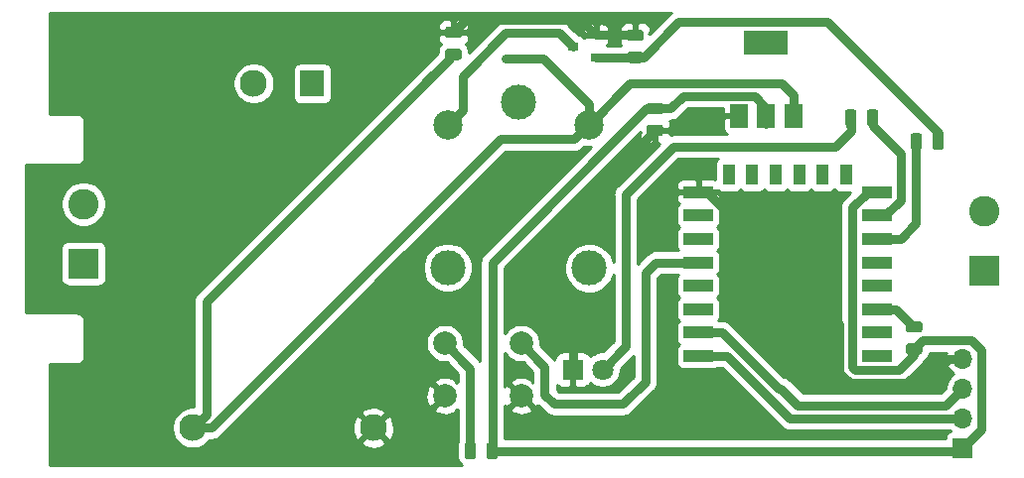
<source format=gbr>
G04 #@! TF.GenerationSoftware,KiCad,Pcbnew,5.1.5+dfsg1-2build2*
G04 #@! TF.CreationDate,2021-03-10T23:59:30+01:00*
G04 #@! TF.ProjectId,iotOnOff,696f744f-6e4f-4666-962e-6b696361645f,rev?*
G04 #@! TF.SameCoordinates,Original*
G04 #@! TF.FileFunction,Copper,L1,Top*
G04 #@! TF.FilePolarity,Positive*
%FSLAX46Y46*%
G04 Gerber Fmt 4.6, Leading zero omitted, Abs format (unit mm)*
G04 Created by KiCad (PCBNEW 5.1.5+dfsg1-2build2) date 2021-03-10 23:59:30*
%MOMM*%
%LPD*%
G04 APERTURE LIST*
%ADD10R,2.600000X2.600000*%
%ADD11C,2.600000*%
%ADD12C,2.300000*%
%ADD13R,2.000000X2.300000*%
%ADD14R,2.500000X1.000000*%
%ADD15R,1.000000X1.800000*%
%ADD16C,1.800000*%
%ADD17R,1.800000X1.800000*%
%ADD18C,0.100000*%
%ADD19R,0.900000X0.800000*%
%ADD20R,1.500000X2.000000*%
%ADD21R,3.800000X2.000000*%
%ADD22C,2.000000*%
%ADD23C,3.000000*%
%ADD24C,2.500000*%
%ADD25O,1.700000X1.700000*%
%ADD26R,1.700000X1.700000*%
%ADD27R,0.500000X0.500000*%
%ADD28C,0.800000*%
%ADD29C,0.254000*%
G04 APERTURE END LIST*
D10*
X103595000Y-92200000D03*
D11*
X103595000Y-87120000D03*
D12*
X128300000Y-106225000D03*
D13*
X123100000Y-76825000D03*
D12*
X118100000Y-76825000D03*
X112900000Y-106225000D03*
D14*
X156000000Y-100100000D03*
X156000000Y-98100000D03*
X156000000Y-96100000D03*
X156000000Y-94100000D03*
X156000000Y-92100000D03*
X156000000Y-90100000D03*
X156000000Y-88100000D03*
X156000000Y-86100000D03*
D15*
X158600000Y-84600000D03*
X160600000Y-84600000D03*
X162600000Y-84600000D03*
X164600000Y-84600000D03*
X166600000Y-84600000D03*
X168600000Y-84600000D03*
D14*
X171200000Y-86100000D03*
X171200000Y-88100000D03*
X171200000Y-90100000D03*
X171200000Y-92100000D03*
X171200000Y-94100000D03*
X171200000Y-96100000D03*
X171200000Y-98100000D03*
X171200000Y-100100000D03*
D16*
X147840000Y-101250000D03*
D17*
X145300000Y-101250000D03*
G04 #@! TA.AperFunction,SMDPad,CuDef*
D18*
G36*
X174880142Y-99003174D02*
G01*
X174903803Y-99006684D01*
X174927007Y-99012496D01*
X174949529Y-99020554D01*
X174971153Y-99030782D01*
X174991670Y-99043079D01*
X175010883Y-99057329D01*
X175028607Y-99073393D01*
X175044671Y-99091117D01*
X175058921Y-99110330D01*
X175071218Y-99130847D01*
X175081446Y-99152471D01*
X175089504Y-99174993D01*
X175095316Y-99198197D01*
X175098826Y-99221858D01*
X175100000Y-99245750D01*
X175100000Y-99733250D01*
X175098826Y-99757142D01*
X175095316Y-99780803D01*
X175089504Y-99804007D01*
X175081446Y-99826529D01*
X175071218Y-99848153D01*
X175058921Y-99868670D01*
X175044671Y-99887883D01*
X175028607Y-99905607D01*
X175010883Y-99921671D01*
X174991670Y-99935921D01*
X174971153Y-99948218D01*
X174949529Y-99958446D01*
X174927007Y-99966504D01*
X174903803Y-99972316D01*
X174880142Y-99975826D01*
X174856250Y-99977000D01*
X173943750Y-99977000D01*
X173919858Y-99975826D01*
X173896197Y-99972316D01*
X173872993Y-99966504D01*
X173850471Y-99958446D01*
X173828847Y-99948218D01*
X173808330Y-99935921D01*
X173789117Y-99921671D01*
X173771393Y-99905607D01*
X173755329Y-99887883D01*
X173741079Y-99868670D01*
X173728782Y-99848153D01*
X173718554Y-99826529D01*
X173710496Y-99804007D01*
X173704684Y-99780803D01*
X173701174Y-99757142D01*
X173700000Y-99733250D01*
X173700000Y-99245750D01*
X173701174Y-99221858D01*
X173704684Y-99198197D01*
X173710496Y-99174993D01*
X173718554Y-99152471D01*
X173728782Y-99130847D01*
X173741079Y-99110330D01*
X173755329Y-99091117D01*
X173771393Y-99073393D01*
X173789117Y-99057329D01*
X173808330Y-99043079D01*
X173828847Y-99030782D01*
X173850471Y-99020554D01*
X173872993Y-99012496D01*
X173896197Y-99006684D01*
X173919858Y-99003174D01*
X173943750Y-99002000D01*
X174856250Y-99002000D01*
X174880142Y-99003174D01*
G37*
G04 #@! TD.AperFunction*
G04 #@! TA.AperFunction,SMDPad,CuDef*
G36*
X174880142Y-97128174D02*
G01*
X174903803Y-97131684D01*
X174927007Y-97137496D01*
X174949529Y-97145554D01*
X174971153Y-97155782D01*
X174991670Y-97168079D01*
X175010883Y-97182329D01*
X175028607Y-97198393D01*
X175044671Y-97216117D01*
X175058921Y-97235330D01*
X175071218Y-97255847D01*
X175081446Y-97277471D01*
X175089504Y-97299993D01*
X175095316Y-97323197D01*
X175098826Y-97346858D01*
X175100000Y-97370750D01*
X175100000Y-97858250D01*
X175098826Y-97882142D01*
X175095316Y-97905803D01*
X175089504Y-97929007D01*
X175081446Y-97951529D01*
X175071218Y-97973153D01*
X175058921Y-97993670D01*
X175044671Y-98012883D01*
X175028607Y-98030607D01*
X175010883Y-98046671D01*
X174991670Y-98060921D01*
X174971153Y-98073218D01*
X174949529Y-98083446D01*
X174927007Y-98091504D01*
X174903803Y-98097316D01*
X174880142Y-98100826D01*
X174856250Y-98102000D01*
X173943750Y-98102000D01*
X173919858Y-98100826D01*
X173896197Y-98097316D01*
X173872993Y-98091504D01*
X173850471Y-98083446D01*
X173828847Y-98073218D01*
X173808330Y-98060921D01*
X173789117Y-98046671D01*
X173771393Y-98030607D01*
X173755329Y-98012883D01*
X173741079Y-97993670D01*
X173728782Y-97973153D01*
X173718554Y-97951529D01*
X173710496Y-97929007D01*
X173704684Y-97905803D01*
X173701174Y-97882142D01*
X173700000Y-97858250D01*
X173700000Y-97370750D01*
X173701174Y-97346858D01*
X173704684Y-97323197D01*
X173710496Y-97299993D01*
X173718554Y-97277471D01*
X173728782Y-97255847D01*
X173741079Y-97235330D01*
X173755329Y-97216117D01*
X173771393Y-97198393D01*
X173789117Y-97182329D01*
X173808330Y-97168079D01*
X173828847Y-97155782D01*
X173850471Y-97145554D01*
X173872993Y-97137496D01*
X173896197Y-97131684D01*
X173919858Y-97128174D01*
X173943750Y-97127000D01*
X174856250Y-97127000D01*
X174880142Y-97128174D01*
G37*
G04 #@! TD.AperFunction*
D19*
X147304000Y-74610000D03*
X147304000Y-72710000D03*
X145304000Y-73660000D03*
D10*
X180400000Y-92800000D03*
D11*
X180400000Y-87720000D03*
D20*
X159498000Y-79604000D03*
X164098000Y-79604000D03*
X161798000Y-79604000D03*
D21*
X161798000Y-73304000D03*
D22*
X134400000Y-103500000D03*
X134400000Y-99000000D03*
X140900000Y-103500000D03*
X140900000Y-99000000D03*
G04 #@! TA.AperFunction,SMDPad,CuDef*
D18*
G36*
X171131142Y-79057174D02*
G01*
X171154803Y-79060684D01*
X171178007Y-79066496D01*
X171200529Y-79074554D01*
X171222153Y-79084782D01*
X171242670Y-79097079D01*
X171261883Y-79111329D01*
X171279607Y-79127393D01*
X171295671Y-79145117D01*
X171309921Y-79164330D01*
X171322218Y-79184847D01*
X171332446Y-79206471D01*
X171340504Y-79228993D01*
X171346316Y-79252197D01*
X171349826Y-79275858D01*
X171351000Y-79299750D01*
X171351000Y-80212250D01*
X171349826Y-80236142D01*
X171346316Y-80259803D01*
X171340504Y-80283007D01*
X171332446Y-80305529D01*
X171322218Y-80327153D01*
X171309921Y-80347670D01*
X171295671Y-80366883D01*
X171279607Y-80384607D01*
X171261883Y-80400671D01*
X171242670Y-80414921D01*
X171222153Y-80427218D01*
X171200529Y-80437446D01*
X171178007Y-80445504D01*
X171154803Y-80451316D01*
X171131142Y-80454826D01*
X171107250Y-80456000D01*
X170619750Y-80456000D01*
X170595858Y-80454826D01*
X170572197Y-80451316D01*
X170548993Y-80445504D01*
X170526471Y-80437446D01*
X170504847Y-80427218D01*
X170484330Y-80414921D01*
X170465117Y-80400671D01*
X170447393Y-80384607D01*
X170431329Y-80366883D01*
X170417079Y-80347670D01*
X170404782Y-80327153D01*
X170394554Y-80305529D01*
X170386496Y-80283007D01*
X170380684Y-80259803D01*
X170377174Y-80236142D01*
X170376000Y-80212250D01*
X170376000Y-79299750D01*
X170377174Y-79275858D01*
X170380684Y-79252197D01*
X170386496Y-79228993D01*
X170394554Y-79206471D01*
X170404782Y-79184847D01*
X170417079Y-79164330D01*
X170431329Y-79145117D01*
X170447393Y-79127393D01*
X170465117Y-79111329D01*
X170484330Y-79097079D01*
X170504847Y-79084782D01*
X170526471Y-79074554D01*
X170548993Y-79066496D01*
X170572197Y-79060684D01*
X170595858Y-79057174D01*
X170619750Y-79056000D01*
X171107250Y-79056000D01*
X171131142Y-79057174D01*
G37*
G04 #@! TD.AperFunction*
G04 #@! TA.AperFunction,SMDPad,CuDef*
G36*
X169256142Y-79057174D02*
G01*
X169279803Y-79060684D01*
X169303007Y-79066496D01*
X169325529Y-79074554D01*
X169347153Y-79084782D01*
X169367670Y-79097079D01*
X169386883Y-79111329D01*
X169404607Y-79127393D01*
X169420671Y-79145117D01*
X169434921Y-79164330D01*
X169447218Y-79184847D01*
X169457446Y-79206471D01*
X169465504Y-79228993D01*
X169471316Y-79252197D01*
X169474826Y-79275858D01*
X169476000Y-79299750D01*
X169476000Y-80212250D01*
X169474826Y-80236142D01*
X169471316Y-80259803D01*
X169465504Y-80283007D01*
X169457446Y-80305529D01*
X169447218Y-80327153D01*
X169434921Y-80347670D01*
X169420671Y-80366883D01*
X169404607Y-80384607D01*
X169386883Y-80400671D01*
X169367670Y-80414921D01*
X169347153Y-80427218D01*
X169325529Y-80437446D01*
X169303007Y-80445504D01*
X169279803Y-80451316D01*
X169256142Y-80454826D01*
X169232250Y-80456000D01*
X168744750Y-80456000D01*
X168720858Y-80454826D01*
X168697197Y-80451316D01*
X168673993Y-80445504D01*
X168651471Y-80437446D01*
X168629847Y-80427218D01*
X168609330Y-80414921D01*
X168590117Y-80400671D01*
X168572393Y-80384607D01*
X168556329Y-80366883D01*
X168542079Y-80347670D01*
X168529782Y-80327153D01*
X168519554Y-80305529D01*
X168511496Y-80283007D01*
X168505684Y-80259803D01*
X168502174Y-80236142D01*
X168501000Y-80212250D01*
X168501000Y-79299750D01*
X168502174Y-79275858D01*
X168505684Y-79252197D01*
X168511496Y-79228993D01*
X168519554Y-79206471D01*
X168529782Y-79184847D01*
X168542079Y-79164330D01*
X168556329Y-79145117D01*
X168572393Y-79127393D01*
X168590117Y-79111329D01*
X168609330Y-79097079D01*
X168629847Y-79084782D01*
X168651471Y-79074554D01*
X168673993Y-79066496D01*
X168697197Y-79060684D01*
X168720858Y-79057174D01*
X168744750Y-79056000D01*
X169232250Y-79056000D01*
X169256142Y-79057174D01*
G37*
G04 #@! TD.AperFunction*
G04 #@! TA.AperFunction,SMDPad,CuDef*
G36*
X151102142Y-74111174D02*
G01*
X151125803Y-74114684D01*
X151149007Y-74120496D01*
X151171529Y-74128554D01*
X151193153Y-74138782D01*
X151213670Y-74151079D01*
X151232883Y-74165329D01*
X151250607Y-74181393D01*
X151266671Y-74199117D01*
X151280921Y-74218330D01*
X151293218Y-74238847D01*
X151303446Y-74260471D01*
X151311504Y-74282993D01*
X151317316Y-74306197D01*
X151320826Y-74329858D01*
X151322000Y-74353750D01*
X151322000Y-74841250D01*
X151320826Y-74865142D01*
X151317316Y-74888803D01*
X151311504Y-74912007D01*
X151303446Y-74934529D01*
X151293218Y-74956153D01*
X151280921Y-74976670D01*
X151266671Y-74995883D01*
X151250607Y-75013607D01*
X151232883Y-75029671D01*
X151213670Y-75043921D01*
X151193153Y-75056218D01*
X151171529Y-75066446D01*
X151149007Y-75074504D01*
X151125803Y-75080316D01*
X151102142Y-75083826D01*
X151078250Y-75085000D01*
X150165750Y-75085000D01*
X150141858Y-75083826D01*
X150118197Y-75080316D01*
X150094993Y-75074504D01*
X150072471Y-75066446D01*
X150050847Y-75056218D01*
X150030330Y-75043921D01*
X150011117Y-75029671D01*
X149993393Y-75013607D01*
X149977329Y-74995883D01*
X149963079Y-74976670D01*
X149950782Y-74956153D01*
X149940554Y-74934529D01*
X149932496Y-74912007D01*
X149926684Y-74888803D01*
X149923174Y-74865142D01*
X149922000Y-74841250D01*
X149922000Y-74353750D01*
X149923174Y-74329858D01*
X149926684Y-74306197D01*
X149932496Y-74282993D01*
X149940554Y-74260471D01*
X149950782Y-74238847D01*
X149963079Y-74218330D01*
X149977329Y-74199117D01*
X149993393Y-74181393D01*
X150011117Y-74165329D01*
X150030330Y-74151079D01*
X150050847Y-74138782D01*
X150072471Y-74128554D01*
X150094993Y-74120496D01*
X150118197Y-74114684D01*
X150141858Y-74111174D01*
X150165750Y-74110000D01*
X151078250Y-74110000D01*
X151102142Y-74111174D01*
G37*
G04 #@! TD.AperFunction*
G04 #@! TA.AperFunction,SMDPad,CuDef*
G36*
X151102142Y-72236174D02*
G01*
X151125803Y-72239684D01*
X151149007Y-72245496D01*
X151171529Y-72253554D01*
X151193153Y-72263782D01*
X151213670Y-72276079D01*
X151232883Y-72290329D01*
X151250607Y-72306393D01*
X151266671Y-72324117D01*
X151280921Y-72343330D01*
X151293218Y-72363847D01*
X151303446Y-72385471D01*
X151311504Y-72407993D01*
X151317316Y-72431197D01*
X151320826Y-72454858D01*
X151322000Y-72478750D01*
X151322000Y-72966250D01*
X151320826Y-72990142D01*
X151317316Y-73013803D01*
X151311504Y-73037007D01*
X151303446Y-73059529D01*
X151293218Y-73081153D01*
X151280921Y-73101670D01*
X151266671Y-73120883D01*
X151250607Y-73138607D01*
X151232883Y-73154671D01*
X151213670Y-73168921D01*
X151193153Y-73181218D01*
X151171529Y-73191446D01*
X151149007Y-73199504D01*
X151125803Y-73205316D01*
X151102142Y-73208826D01*
X151078250Y-73210000D01*
X150165750Y-73210000D01*
X150141858Y-73208826D01*
X150118197Y-73205316D01*
X150094993Y-73199504D01*
X150072471Y-73191446D01*
X150050847Y-73181218D01*
X150030330Y-73168921D01*
X150011117Y-73154671D01*
X149993393Y-73138607D01*
X149977329Y-73120883D01*
X149963079Y-73101670D01*
X149950782Y-73081153D01*
X149940554Y-73059529D01*
X149932496Y-73037007D01*
X149926684Y-73013803D01*
X149923174Y-72990142D01*
X149922000Y-72966250D01*
X149922000Y-72478750D01*
X149923174Y-72454858D01*
X149926684Y-72431197D01*
X149932496Y-72407993D01*
X149940554Y-72385471D01*
X149950782Y-72363847D01*
X149963079Y-72343330D01*
X149977329Y-72324117D01*
X149993393Y-72306393D01*
X150011117Y-72290329D01*
X150030330Y-72276079D01*
X150050847Y-72263782D01*
X150072471Y-72253554D01*
X150094993Y-72245496D01*
X150118197Y-72239684D01*
X150141858Y-72236174D01*
X150165750Y-72235000D01*
X151078250Y-72235000D01*
X151102142Y-72236174D01*
G37*
G04 #@! TD.AperFunction*
G04 #@! TA.AperFunction,SMDPad,CuDef*
G36*
X176719142Y-81089174D02*
G01*
X176742803Y-81092684D01*
X176766007Y-81098496D01*
X176788529Y-81106554D01*
X176810153Y-81116782D01*
X176830670Y-81129079D01*
X176849883Y-81143329D01*
X176867607Y-81159393D01*
X176883671Y-81177117D01*
X176897921Y-81196330D01*
X176910218Y-81216847D01*
X176920446Y-81238471D01*
X176928504Y-81260993D01*
X176934316Y-81284197D01*
X176937826Y-81307858D01*
X176939000Y-81331750D01*
X176939000Y-82244250D01*
X176937826Y-82268142D01*
X176934316Y-82291803D01*
X176928504Y-82315007D01*
X176920446Y-82337529D01*
X176910218Y-82359153D01*
X176897921Y-82379670D01*
X176883671Y-82398883D01*
X176867607Y-82416607D01*
X176849883Y-82432671D01*
X176830670Y-82446921D01*
X176810153Y-82459218D01*
X176788529Y-82469446D01*
X176766007Y-82477504D01*
X176742803Y-82483316D01*
X176719142Y-82486826D01*
X176695250Y-82488000D01*
X176207750Y-82488000D01*
X176183858Y-82486826D01*
X176160197Y-82483316D01*
X176136993Y-82477504D01*
X176114471Y-82469446D01*
X176092847Y-82459218D01*
X176072330Y-82446921D01*
X176053117Y-82432671D01*
X176035393Y-82416607D01*
X176019329Y-82398883D01*
X176005079Y-82379670D01*
X175992782Y-82359153D01*
X175982554Y-82337529D01*
X175974496Y-82315007D01*
X175968684Y-82291803D01*
X175965174Y-82268142D01*
X175964000Y-82244250D01*
X175964000Y-81331750D01*
X175965174Y-81307858D01*
X175968684Y-81284197D01*
X175974496Y-81260993D01*
X175982554Y-81238471D01*
X175992782Y-81216847D01*
X176005079Y-81196330D01*
X176019329Y-81177117D01*
X176035393Y-81159393D01*
X176053117Y-81143329D01*
X176072330Y-81129079D01*
X176092847Y-81116782D01*
X176114471Y-81106554D01*
X176136993Y-81098496D01*
X176160197Y-81092684D01*
X176183858Y-81089174D01*
X176207750Y-81088000D01*
X176695250Y-81088000D01*
X176719142Y-81089174D01*
G37*
G04 #@! TD.AperFunction*
G04 #@! TA.AperFunction,SMDPad,CuDef*
G36*
X174844142Y-81089174D02*
G01*
X174867803Y-81092684D01*
X174891007Y-81098496D01*
X174913529Y-81106554D01*
X174935153Y-81116782D01*
X174955670Y-81129079D01*
X174974883Y-81143329D01*
X174992607Y-81159393D01*
X175008671Y-81177117D01*
X175022921Y-81196330D01*
X175035218Y-81216847D01*
X175045446Y-81238471D01*
X175053504Y-81260993D01*
X175059316Y-81284197D01*
X175062826Y-81307858D01*
X175064000Y-81331750D01*
X175064000Y-82244250D01*
X175062826Y-82268142D01*
X175059316Y-82291803D01*
X175053504Y-82315007D01*
X175045446Y-82337529D01*
X175035218Y-82359153D01*
X175022921Y-82379670D01*
X175008671Y-82398883D01*
X174992607Y-82416607D01*
X174974883Y-82432671D01*
X174955670Y-82446921D01*
X174935153Y-82459218D01*
X174913529Y-82469446D01*
X174891007Y-82477504D01*
X174867803Y-82483316D01*
X174844142Y-82486826D01*
X174820250Y-82488000D01*
X174332750Y-82488000D01*
X174308858Y-82486826D01*
X174285197Y-82483316D01*
X174261993Y-82477504D01*
X174239471Y-82469446D01*
X174217847Y-82459218D01*
X174197330Y-82446921D01*
X174178117Y-82432671D01*
X174160393Y-82416607D01*
X174144329Y-82398883D01*
X174130079Y-82379670D01*
X174117782Y-82359153D01*
X174107554Y-82337529D01*
X174099496Y-82315007D01*
X174093684Y-82291803D01*
X174090174Y-82268142D01*
X174089000Y-82244250D01*
X174089000Y-81331750D01*
X174090174Y-81307858D01*
X174093684Y-81284197D01*
X174099496Y-81260993D01*
X174107554Y-81238471D01*
X174117782Y-81216847D01*
X174130079Y-81196330D01*
X174144329Y-81177117D01*
X174160393Y-81159393D01*
X174178117Y-81143329D01*
X174197330Y-81129079D01*
X174217847Y-81116782D01*
X174239471Y-81106554D01*
X174261993Y-81098496D01*
X174285197Y-81092684D01*
X174308858Y-81089174D01*
X174332750Y-81088000D01*
X174820250Y-81088000D01*
X174844142Y-81089174D01*
G37*
G04 #@! TD.AperFunction*
G04 #@! TA.AperFunction,SMDPad,CuDef*
G36*
X138705142Y-107501174D02*
G01*
X138728803Y-107504684D01*
X138752007Y-107510496D01*
X138774529Y-107518554D01*
X138796153Y-107528782D01*
X138816670Y-107541079D01*
X138835883Y-107555329D01*
X138853607Y-107571393D01*
X138869671Y-107589117D01*
X138883921Y-107608330D01*
X138896218Y-107628847D01*
X138906446Y-107650471D01*
X138914504Y-107672993D01*
X138920316Y-107696197D01*
X138923826Y-107719858D01*
X138925000Y-107743750D01*
X138925000Y-108656250D01*
X138923826Y-108680142D01*
X138920316Y-108703803D01*
X138914504Y-108727007D01*
X138906446Y-108749529D01*
X138896218Y-108771153D01*
X138883921Y-108791670D01*
X138869671Y-108810883D01*
X138853607Y-108828607D01*
X138835883Y-108844671D01*
X138816670Y-108858921D01*
X138796153Y-108871218D01*
X138774529Y-108881446D01*
X138752007Y-108889504D01*
X138728803Y-108895316D01*
X138705142Y-108898826D01*
X138681250Y-108900000D01*
X138193750Y-108900000D01*
X138169858Y-108898826D01*
X138146197Y-108895316D01*
X138122993Y-108889504D01*
X138100471Y-108881446D01*
X138078847Y-108871218D01*
X138058330Y-108858921D01*
X138039117Y-108844671D01*
X138021393Y-108828607D01*
X138005329Y-108810883D01*
X137991079Y-108791670D01*
X137978782Y-108771153D01*
X137968554Y-108749529D01*
X137960496Y-108727007D01*
X137954684Y-108703803D01*
X137951174Y-108680142D01*
X137950000Y-108656250D01*
X137950000Y-107743750D01*
X137951174Y-107719858D01*
X137954684Y-107696197D01*
X137960496Y-107672993D01*
X137968554Y-107650471D01*
X137978782Y-107628847D01*
X137991079Y-107608330D01*
X138005329Y-107589117D01*
X138021393Y-107571393D01*
X138039117Y-107555329D01*
X138058330Y-107541079D01*
X138078847Y-107528782D01*
X138100471Y-107518554D01*
X138122993Y-107510496D01*
X138146197Y-107504684D01*
X138169858Y-107501174D01*
X138193750Y-107500000D01*
X138681250Y-107500000D01*
X138705142Y-107501174D01*
G37*
G04 #@! TD.AperFunction*
G04 #@! TA.AperFunction,SMDPad,CuDef*
G36*
X136830142Y-107501174D02*
G01*
X136853803Y-107504684D01*
X136877007Y-107510496D01*
X136899529Y-107518554D01*
X136921153Y-107528782D01*
X136941670Y-107541079D01*
X136960883Y-107555329D01*
X136978607Y-107571393D01*
X136994671Y-107589117D01*
X137008921Y-107608330D01*
X137021218Y-107628847D01*
X137031446Y-107650471D01*
X137039504Y-107672993D01*
X137045316Y-107696197D01*
X137048826Y-107719858D01*
X137050000Y-107743750D01*
X137050000Y-108656250D01*
X137048826Y-108680142D01*
X137045316Y-108703803D01*
X137039504Y-108727007D01*
X137031446Y-108749529D01*
X137021218Y-108771153D01*
X137008921Y-108791670D01*
X136994671Y-108810883D01*
X136978607Y-108828607D01*
X136960883Y-108844671D01*
X136941670Y-108858921D01*
X136921153Y-108871218D01*
X136899529Y-108881446D01*
X136877007Y-108889504D01*
X136853803Y-108895316D01*
X136830142Y-108898826D01*
X136806250Y-108900000D01*
X136318750Y-108900000D01*
X136294858Y-108898826D01*
X136271197Y-108895316D01*
X136247993Y-108889504D01*
X136225471Y-108881446D01*
X136203847Y-108871218D01*
X136183330Y-108858921D01*
X136164117Y-108844671D01*
X136146393Y-108828607D01*
X136130329Y-108810883D01*
X136116079Y-108791670D01*
X136103782Y-108771153D01*
X136093554Y-108749529D01*
X136085496Y-108727007D01*
X136079684Y-108703803D01*
X136076174Y-108680142D01*
X136075000Y-108656250D01*
X136075000Y-107743750D01*
X136076174Y-107719858D01*
X136079684Y-107696197D01*
X136085496Y-107672993D01*
X136093554Y-107650471D01*
X136103782Y-107628847D01*
X136116079Y-107608330D01*
X136130329Y-107589117D01*
X136146393Y-107571393D01*
X136164117Y-107555329D01*
X136183330Y-107541079D01*
X136203847Y-107528782D01*
X136225471Y-107518554D01*
X136247993Y-107510496D01*
X136271197Y-107504684D01*
X136294858Y-107501174D01*
X136318750Y-107500000D01*
X136806250Y-107500000D01*
X136830142Y-107501174D01*
G37*
G04 #@! TD.AperFunction*
D23*
X140700000Y-78400000D03*
D24*
X146650000Y-80350000D03*
D23*
X146700000Y-92600000D03*
X134650000Y-92550000D03*
D24*
X134650000Y-80350000D03*
D25*
X178562000Y-100330000D03*
X178562000Y-102870000D03*
X178562000Y-105410000D03*
D26*
X178562000Y-107950000D03*
D27*
X139600000Y-74700000D03*
X139600000Y-72500000D03*
G04 #@! TA.AperFunction,SMDPad,CuDef*
D18*
G36*
X152780142Y-80351174D02*
G01*
X152803803Y-80354684D01*
X152827007Y-80360496D01*
X152849529Y-80368554D01*
X152871153Y-80378782D01*
X152891670Y-80391079D01*
X152910883Y-80405329D01*
X152928607Y-80421393D01*
X152944671Y-80439117D01*
X152958921Y-80458330D01*
X152971218Y-80478847D01*
X152981446Y-80500471D01*
X152989504Y-80522993D01*
X152995316Y-80546197D01*
X152998826Y-80569858D01*
X153000000Y-80593750D01*
X153000000Y-81081250D01*
X152998826Y-81105142D01*
X152995316Y-81128803D01*
X152989504Y-81152007D01*
X152981446Y-81174529D01*
X152971218Y-81196153D01*
X152958921Y-81216670D01*
X152944671Y-81235883D01*
X152928607Y-81253607D01*
X152910883Y-81269671D01*
X152891670Y-81283921D01*
X152871153Y-81296218D01*
X152849529Y-81306446D01*
X152827007Y-81314504D01*
X152803803Y-81320316D01*
X152780142Y-81323826D01*
X152756250Y-81325000D01*
X151843750Y-81325000D01*
X151819858Y-81323826D01*
X151796197Y-81320316D01*
X151772993Y-81314504D01*
X151750471Y-81306446D01*
X151728847Y-81296218D01*
X151708330Y-81283921D01*
X151689117Y-81269671D01*
X151671393Y-81253607D01*
X151655329Y-81235883D01*
X151641079Y-81216670D01*
X151628782Y-81196153D01*
X151618554Y-81174529D01*
X151610496Y-81152007D01*
X151604684Y-81128803D01*
X151601174Y-81105142D01*
X151600000Y-81081250D01*
X151600000Y-80593750D01*
X151601174Y-80569858D01*
X151604684Y-80546197D01*
X151610496Y-80522993D01*
X151618554Y-80500471D01*
X151628782Y-80478847D01*
X151641079Y-80458330D01*
X151655329Y-80439117D01*
X151671393Y-80421393D01*
X151689117Y-80405329D01*
X151708330Y-80391079D01*
X151728847Y-80378782D01*
X151750471Y-80368554D01*
X151772993Y-80360496D01*
X151796197Y-80354684D01*
X151819858Y-80351174D01*
X151843750Y-80350000D01*
X152756250Y-80350000D01*
X152780142Y-80351174D01*
G37*
G04 #@! TD.AperFunction*
G04 #@! TA.AperFunction,SMDPad,CuDef*
G36*
X152780142Y-78476174D02*
G01*
X152803803Y-78479684D01*
X152827007Y-78485496D01*
X152849529Y-78493554D01*
X152871153Y-78503782D01*
X152891670Y-78516079D01*
X152910883Y-78530329D01*
X152928607Y-78546393D01*
X152944671Y-78564117D01*
X152958921Y-78583330D01*
X152971218Y-78603847D01*
X152981446Y-78625471D01*
X152989504Y-78647993D01*
X152995316Y-78671197D01*
X152998826Y-78694858D01*
X153000000Y-78718750D01*
X153000000Y-79206250D01*
X152998826Y-79230142D01*
X152995316Y-79253803D01*
X152989504Y-79277007D01*
X152981446Y-79299529D01*
X152971218Y-79321153D01*
X152958921Y-79341670D01*
X152944671Y-79360883D01*
X152928607Y-79378607D01*
X152910883Y-79394671D01*
X152891670Y-79408921D01*
X152871153Y-79421218D01*
X152849529Y-79431446D01*
X152827007Y-79439504D01*
X152803803Y-79445316D01*
X152780142Y-79448826D01*
X152756250Y-79450000D01*
X151843750Y-79450000D01*
X151819858Y-79448826D01*
X151796197Y-79445316D01*
X151772993Y-79439504D01*
X151750471Y-79431446D01*
X151728847Y-79421218D01*
X151708330Y-79408921D01*
X151689117Y-79394671D01*
X151671393Y-79378607D01*
X151655329Y-79360883D01*
X151641079Y-79341670D01*
X151628782Y-79321153D01*
X151618554Y-79299529D01*
X151610496Y-79277007D01*
X151604684Y-79253803D01*
X151601174Y-79230142D01*
X151600000Y-79206250D01*
X151600000Y-78718750D01*
X151601174Y-78694858D01*
X151604684Y-78671197D01*
X151610496Y-78647993D01*
X151618554Y-78625471D01*
X151628782Y-78603847D01*
X151641079Y-78583330D01*
X151655329Y-78564117D01*
X151671393Y-78546393D01*
X151689117Y-78530329D01*
X151708330Y-78516079D01*
X151728847Y-78503782D01*
X151750471Y-78493554D01*
X151772993Y-78485496D01*
X151796197Y-78479684D01*
X151819858Y-78476174D01*
X151843750Y-78475000D01*
X152756250Y-78475000D01*
X152780142Y-78476174D01*
G37*
G04 #@! TD.AperFunction*
G04 #@! TA.AperFunction,SMDPad,CuDef*
G36*
X135608142Y-71982174D02*
G01*
X135631803Y-71985684D01*
X135655007Y-71991496D01*
X135677529Y-71999554D01*
X135699153Y-72009782D01*
X135719670Y-72022079D01*
X135738883Y-72036329D01*
X135756607Y-72052393D01*
X135772671Y-72070117D01*
X135786921Y-72089330D01*
X135799218Y-72109847D01*
X135809446Y-72131471D01*
X135817504Y-72153993D01*
X135823316Y-72177197D01*
X135826826Y-72200858D01*
X135828000Y-72224750D01*
X135828000Y-72712250D01*
X135826826Y-72736142D01*
X135823316Y-72759803D01*
X135817504Y-72783007D01*
X135809446Y-72805529D01*
X135799218Y-72827153D01*
X135786921Y-72847670D01*
X135772671Y-72866883D01*
X135756607Y-72884607D01*
X135738883Y-72900671D01*
X135719670Y-72914921D01*
X135699153Y-72927218D01*
X135677529Y-72937446D01*
X135655007Y-72945504D01*
X135631803Y-72951316D01*
X135608142Y-72954826D01*
X135584250Y-72956000D01*
X134671750Y-72956000D01*
X134647858Y-72954826D01*
X134624197Y-72951316D01*
X134600993Y-72945504D01*
X134578471Y-72937446D01*
X134556847Y-72927218D01*
X134536330Y-72914921D01*
X134517117Y-72900671D01*
X134499393Y-72884607D01*
X134483329Y-72866883D01*
X134469079Y-72847670D01*
X134456782Y-72827153D01*
X134446554Y-72805529D01*
X134438496Y-72783007D01*
X134432684Y-72759803D01*
X134429174Y-72736142D01*
X134428000Y-72712250D01*
X134428000Y-72224750D01*
X134429174Y-72200858D01*
X134432684Y-72177197D01*
X134438496Y-72153993D01*
X134446554Y-72131471D01*
X134456782Y-72109847D01*
X134469079Y-72089330D01*
X134483329Y-72070117D01*
X134499393Y-72052393D01*
X134517117Y-72036329D01*
X134536330Y-72022079D01*
X134556847Y-72009782D01*
X134578471Y-71999554D01*
X134600993Y-71991496D01*
X134624197Y-71985684D01*
X134647858Y-71982174D01*
X134671750Y-71981000D01*
X135584250Y-71981000D01*
X135608142Y-71982174D01*
G37*
G04 #@! TD.AperFunction*
G04 #@! TA.AperFunction,SMDPad,CuDef*
G36*
X135608142Y-73857174D02*
G01*
X135631803Y-73860684D01*
X135655007Y-73866496D01*
X135677529Y-73874554D01*
X135699153Y-73884782D01*
X135719670Y-73897079D01*
X135738883Y-73911329D01*
X135756607Y-73927393D01*
X135772671Y-73945117D01*
X135786921Y-73964330D01*
X135799218Y-73984847D01*
X135809446Y-74006471D01*
X135817504Y-74028993D01*
X135823316Y-74052197D01*
X135826826Y-74075858D01*
X135828000Y-74099750D01*
X135828000Y-74587250D01*
X135826826Y-74611142D01*
X135823316Y-74634803D01*
X135817504Y-74658007D01*
X135809446Y-74680529D01*
X135799218Y-74702153D01*
X135786921Y-74722670D01*
X135772671Y-74741883D01*
X135756607Y-74759607D01*
X135738883Y-74775671D01*
X135719670Y-74789921D01*
X135699153Y-74802218D01*
X135677529Y-74812446D01*
X135655007Y-74820504D01*
X135631803Y-74826316D01*
X135608142Y-74829826D01*
X135584250Y-74831000D01*
X134671750Y-74831000D01*
X134647858Y-74829826D01*
X134624197Y-74826316D01*
X134600993Y-74820504D01*
X134578471Y-74812446D01*
X134556847Y-74802218D01*
X134536330Y-74789921D01*
X134517117Y-74775671D01*
X134499393Y-74759607D01*
X134483329Y-74741883D01*
X134469079Y-74722670D01*
X134456782Y-74702153D01*
X134446554Y-74680529D01*
X134438496Y-74658007D01*
X134432684Y-74634803D01*
X134429174Y-74611142D01*
X134428000Y-74587250D01*
X134428000Y-74099750D01*
X134429174Y-74075858D01*
X134432684Y-74052197D01*
X134438496Y-74028993D01*
X134446554Y-74006471D01*
X134456782Y-73984847D01*
X134469079Y-73964330D01*
X134483329Y-73945117D01*
X134499393Y-73927393D01*
X134517117Y-73911329D01*
X134536330Y-73897079D01*
X134556847Y-73884782D01*
X134578471Y-73874554D01*
X134600993Y-73866496D01*
X134624197Y-73860684D01*
X134647858Y-73857174D01*
X134671750Y-73856000D01*
X135584250Y-73856000D01*
X135608142Y-73857174D01*
G37*
G04 #@! TD.AperFunction*
D28*
X150609500Y-72710000D02*
X150622000Y-72722500D01*
X147304000Y-72710000D02*
X150609500Y-72710000D01*
X135613527Y-71982973D02*
X135128000Y-72468500D01*
X136196510Y-71399990D02*
X135613527Y-71982973D01*
X145943990Y-71399990D02*
X136196510Y-71399990D01*
X147254000Y-72710000D02*
X145943990Y-71399990D01*
X147304000Y-72710000D02*
X147254000Y-72710000D01*
X177359919Y-100330000D02*
X178562000Y-100330000D01*
X175289908Y-102400011D02*
X177359919Y-100330000D01*
X168934360Y-102400011D02*
X175289908Y-102400011D01*
X168049990Y-101515641D02*
X168934360Y-102400011D01*
X168049990Y-97399990D02*
X168049990Y-101515641D01*
X156750000Y-86100000D02*
X168049990Y-97399990D01*
X156000000Y-86100000D02*
X156750000Y-86100000D01*
X145300000Y-99550000D02*
X141600000Y-95850000D01*
X145300000Y-101250000D02*
X145300000Y-99550000D01*
X141600000Y-91537500D02*
X151814473Y-81323027D01*
X151814473Y-81323027D02*
X152300000Y-80837500D01*
X141600000Y-95850000D02*
X141600000Y-91537500D01*
X132699999Y-76771501D02*
X134642473Y-74829027D01*
X164098000Y-77804000D02*
X164098000Y-79604000D01*
X163097990Y-76803990D02*
X164098000Y-77804000D01*
X150196010Y-76803990D02*
X163097990Y-76803990D01*
X146650000Y-80350000D02*
X150196010Y-76803990D01*
X134642473Y-74829027D02*
X135128000Y-74343500D01*
X114049999Y-95421501D02*
X134642473Y-74829027D01*
X114049999Y-105075001D02*
X114049999Y-95421501D01*
X112900000Y-106225000D02*
X114049999Y-105075001D01*
X139151346Y-81599999D02*
X145400001Y-81599999D01*
X145400001Y-81599999D02*
X146650000Y-80350000D01*
X114526345Y-106225000D02*
X139151346Y-81599999D01*
X112900000Y-106225000D02*
X114526345Y-106225000D01*
X140650000Y-74700000D02*
X139600000Y-74700000D01*
X142767766Y-74700000D02*
X140650000Y-74700000D01*
X146650000Y-78582234D02*
X142767766Y-74700000D01*
X146650000Y-80350000D02*
X146650000Y-78582234D01*
X170450000Y-86100000D02*
X171200000Y-86100000D01*
X169150000Y-87400000D02*
X170450000Y-86100000D01*
X169150000Y-101060002D02*
X169150000Y-87400000D01*
X169389999Y-101300001D02*
X169150000Y-101060002D01*
X173076999Y-101300001D02*
X169389999Y-101300001D01*
X174400000Y-99977000D02*
X173076999Y-101300001D01*
X174400000Y-99489500D02*
X174400000Y-99977000D01*
X175109501Y-98779999D02*
X174885527Y-99003973D01*
X179306001Y-98779999D02*
X175109501Y-98779999D01*
X174885527Y-99003973D02*
X174400000Y-99489500D01*
X178562000Y-107950000D02*
X180112001Y-106399999D01*
X180112001Y-99585999D02*
X179306001Y-98779999D01*
X180112001Y-106399999D02*
X180112001Y-99585999D01*
X161798000Y-79604000D02*
X161798000Y-78893998D01*
X160808001Y-77903999D02*
X154696001Y-77903999D01*
X161798000Y-78893998D02*
X160808001Y-77903999D01*
X153637500Y-78962500D02*
X152300000Y-78962500D01*
X154696001Y-77903999D02*
X153637500Y-78962500D01*
X161798000Y-79604000D02*
X161798000Y-80314002D01*
X178312000Y-108200000D02*
X178562000Y-107950000D01*
X138437500Y-108200000D02*
X178312000Y-108200000D01*
X138437500Y-107500000D02*
X138437500Y-108200000D01*
X138437500Y-92125000D02*
X138437500Y-107500000D01*
X151600000Y-78962500D02*
X138437500Y-92125000D01*
X152300000Y-78962500D02*
X151600000Y-78962500D01*
X144144000Y-72500000D02*
X145304000Y-73660000D01*
X139600000Y-72500000D02*
X144144000Y-72500000D01*
X135899999Y-76200001D02*
X139600000Y-72500000D01*
X135899999Y-79100001D02*
X135899999Y-76200001D01*
X134650000Y-80350000D02*
X135899999Y-79100001D01*
X168988500Y-80456000D02*
X169000000Y-80467500D01*
X168988500Y-79756000D02*
X168988500Y-80456000D01*
X169000000Y-80467500D02*
X169000000Y-80900000D01*
X169000000Y-80900000D02*
X167700000Y-82200000D01*
X167700000Y-82200000D02*
X153900000Y-82200000D01*
X153900000Y-82200000D02*
X149800000Y-86300000D01*
X149800000Y-99290000D02*
X147840000Y-101250000D01*
X149800000Y-86300000D02*
X149800000Y-99290000D01*
X158050000Y-98100000D02*
X162820000Y-102870000D01*
X156000000Y-98100000D02*
X158050000Y-98100000D01*
X163068000Y-102870000D02*
X164507990Y-104309990D01*
X162820000Y-102870000D02*
X163068000Y-102870000D01*
X177122010Y-104309990D02*
X178562000Y-102870000D01*
X164507990Y-104309990D02*
X177122010Y-104309990D01*
X177359919Y-105410000D02*
X178562000Y-105410000D01*
X163804353Y-105410000D02*
X177359919Y-105410000D01*
X158494353Y-100100000D02*
X163804353Y-105410000D01*
X156000000Y-100100000D02*
X158494353Y-100100000D01*
X150609500Y-74610000D02*
X150622000Y-74597500D01*
X147304000Y-74610000D02*
X150609500Y-74610000D01*
X176451500Y-81088000D02*
X176451500Y-81788000D01*
X166967499Y-71603999D02*
X176451500Y-81088000D01*
X154315501Y-71603999D02*
X166967499Y-71603999D01*
X151322000Y-74597500D02*
X154315501Y-71603999D01*
X150622000Y-74597500D02*
X151322000Y-74597500D01*
X155962500Y-92137500D02*
X156000000Y-92100000D01*
X140900000Y-99000000D02*
X142900000Y-101000000D01*
X142900000Y-101000000D02*
X142900000Y-103400000D01*
X142900000Y-103400000D02*
X143700000Y-104200000D01*
X143700000Y-104200000D02*
X149600000Y-104200000D01*
X149600000Y-104200000D02*
X151500000Y-102300000D01*
X151500000Y-102300000D02*
X151500000Y-93000000D01*
X152400000Y-92100000D02*
X156000000Y-92100000D01*
X151500000Y-93000000D02*
X152400000Y-92100000D01*
X136562500Y-101162500D02*
X134400000Y-99000000D01*
X136562500Y-108200000D02*
X136562500Y-101162500D01*
X173250000Y-90100000D02*
X171200000Y-90100000D01*
X174576500Y-88773500D02*
X173250000Y-90100000D01*
X174576500Y-81788000D02*
X174576500Y-88773500D01*
X171950000Y-88100000D02*
X171200000Y-88100000D01*
X173250000Y-86800000D02*
X171950000Y-88100000D01*
X173250000Y-82842500D02*
X173250000Y-86800000D01*
X170863500Y-80456000D02*
X173250000Y-82842500D01*
X170863500Y-79756000D02*
X170863500Y-80456000D01*
X172885500Y-96100000D02*
X171200000Y-96100000D01*
X174400000Y-97614500D02*
X172885500Y-96100000D01*
D29*
G36*
X153619593Y-70836196D02*
G01*
X153580105Y-70868603D01*
X153547698Y-70908091D01*
X151860292Y-72595498D01*
X151798252Y-72595498D01*
X151957000Y-72436750D01*
X151960072Y-72235000D01*
X151947812Y-72110518D01*
X151911502Y-71990820D01*
X151852537Y-71880506D01*
X151773185Y-71783815D01*
X151676494Y-71704463D01*
X151566180Y-71645498D01*
X151446482Y-71609188D01*
X151322000Y-71596928D01*
X150907750Y-71600000D01*
X150749000Y-71758750D01*
X150749000Y-72595500D01*
X150769000Y-72595500D01*
X150769000Y-72849500D01*
X150749000Y-72849500D01*
X150749000Y-72869500D01*
X150495000Y-72869500D01*
X150495000Y-72849500D01*
X149445750Y-72849500D01*
X149287000Y-73008250D01*
X149283928Y-73210000D01*
X149296188Y-73334482D01*
X149332498Y-73454180D01*
X149391463Y-73564494D01*
X149400085Y-73575000D01*
X148188351Y-73575000D01*
X148205185Y-73561185D01*
X148284537Y-73464494D01*
X148343502Y-73354180D01*
X148379812Y-73234482D01*
X148392072Y-73110000D01*
X148389000Y-72995750D01*
X148230250Y-72837000D01*
X147431000Y-72837000D01*
X147431000Y-72857000D01*
X147177000Y-72857000D01*
X147177000Y-72837000D01*
X146377750Y-72837000D01*
X146293143Y-72921607D01*
X146284537Y-72905506D01*
X146205185Y-72808815D01*
X146108494Y-72729463D01*
X145998180Y-72670498D01*
X145878482Y-72634188D01*
X145754000Y-72621928D01*
X145729639Y-72621928D01*
X145417711Y-72310000D01*
X146215928Y-72310000D01*
X146219000Y-72424250D01*
X146377750Y-72583000D01*
X147177000Y-72583000D01*
X147177000Y-71833750D01*
X147431000Y-71833750D01*
X147431000Y-72583000D01*
X148230250Y-72583000D01*
X148389000Y-72424250D01*
X148392072Y-72310000D01*
X148384686Y-72235000D01*
X149283928Y-72235000D01*
X149287000Y-72436750D01*
X149445750Y-72595500D01*
X150495000Y-72595500D01*
X150495000Y-71758750D01*
X150336250Y-71600000D01*
X149922000Y-71596928D01*
X149797518Y-71609188D01*
X149677820Y-71645498D01*
X149567506Y-71704463D01*
X149470815Y-71783815D01*
X149391463Y-71880506D01*
X149332498Y-71990820D01*
X149296188Y-72110518D01*
X149283928Y-72235000D01*
X148384686Y-72235000D01*
X148379812Y-72185518D01*
X148343502Y-72065820D01*
X148284537Y-71955506D01*
X148205185Y-71858815D01*
X148108494Y-71779463D01*
X147998180Y-71720498D01*
X147878482Y-71684188D01*
X147754000Y-71671928D01*
X147589750Y-71675000D01*
X147431000Y-71833750D01*
X147177000Y-71833750D01*
X147018250Y-71675000D01*
X146854000Y-71671928D01*
X146729518Y-71684188D01*
X146609820Y-71720498D01*
X146499506Y-71779463D01*
X146402815Y-71858815D01*
X146323463Y-71955506D01*
X146264498Y-72065820D01*
X146228188Y-72185518D01*
X146215928Y-72310000D01*
X145417711Y-72310000D01*
X144911807Y-71804097D01*
X144879396Y-71764604D01*
X144721797Y-71635266D01*
X144541993Y-71539159D01*
X144346895Y-71479976D01*
X144194838Y-71465000D01*
X144194828Y-71465000D01*
X144144000Y-71459994D01*
X144093172Y-71465000D01*
X139650835Y-71465000D01*
X139600000Y-71459993D01*
X139549165Y-71465000D01*
X139549162Y-71465000D01*
X139397105Y-71479976D01*
X139247415Y-71525385D01*
X139202006Y-71539159D01*
X139022202Y-71635266D01*
X138918347Y-71720498D01*
X138864604Y-71764604D01*
X138832197Y-71804092D01*
X136466072Y-74170218D01*
X136466072Y-74099750D01*
X136449128Y-73927715D01*
X136398947Y-73762291D01*
X136317458Y-73609836D01*
X136207792Y-73476208D01*
X136201436Y-73470992D01*
X136279185Y-73407185D01*
X136358537Y-73310494D01*
X136417502Y-73200180D01*
X136453812Y-73080482D01*
X136466072Y-72956000D01*
X136463000Y-72754250D01*
X136304250Y-72595500D01*
X135255000Y-72595500D01*
X135255000Y-72615500D01*
X135001000Y-72615500D01*
X135001000Y-72595500D01*
X133951750Y-72595500D01*
X133793000Y-72754250D01*
X133789928Y-72956000D01*
X133802188Y-73080482D01*
X133838498Y-73200180D01*
X133897463Y-73310494D01*
X133976815Y-73407185D01*
X134054564Y-73470992D01*
X134048208Y-73476208D01*
X133938542Y-73609836D01*
X133857053Y-73762291D01*
X133806872Y-73927715D01*
X133789928Y-74099750D01*
X133789928Y-74217861D01*
X113354092Y-94653698D01*
X113314604Y-94686105D01*
X113282197Y-94725593D01*
X113282196Y-94725594D01*
X113185265Y-94843704D01*
X113089159Y-95023508D01*
X113029976Y-95218606D01*
X113009993Y-95421501D01*
X113015000Y-95472339D01*
X113014999Y-104440000D01*
X112724193Y-104440000D01*
X112379335Y-104508596D01*
X112054485Y-104643153D01*
X111762129Y-104838500D01*
X111513500Y-105087129D01*
X111318153Y-105379485D01*
X111183596Y-105704335D01*
X111115000Y-106049193D01*
X111115000Y-106400807D01*
X111183596Y-106745665D01*
X111318153Y-107070515D01*
X111513500Y-107362871D01*
X111762129Y-107611500D01*
X112054485Y-107806847D01*
X112379335Y-107941404D01*
X112724193Y-108010000D01*
X113075807Y-108010000D01*
X113420665Y-107941404D01*
X113745515Y-107806847D01*
X114037871Y-107611500D01*
X114182022Y-107467349D01*
X127237256Y-107467349D01*
X127351118Y-107747090D01*
X127666296Y-107902961D01*
X128005826Y-107994349D01*
X128356661Y-108017741D01*
X128705319Y-107972240D01*
X129038400Y-107859594D01*
X129248882Y-107747090D01*
X129362744Y-107467349D01*
X128300000Y-106404605D01*
X127237256Y-107467349D01*
X114182022Y-107467349D01*
X114286500Y-107362871D01*
X114355237Y-107260000D01*
X114475517Y-107260000D01*
X114526345Y-107265006D01*
X114577173Y-107260000D01*
X114577183Y-107260000D01*
X114729240Y-107245024D01*
X114924338Y-107185841D01*
X115104142Y-107089734D01*
X115261741Y-106960396D01*
X115294152Y-106920903D01*
X115933394Y-106281661D01*
X126507259Y-106281661D01*
X126552760Y-106630319D01*
X126665406Y-106963400D01*
X126777910Y-107173882D01*
X127057651Y-107287744D01*
X128120395Y-106225000D01*
X128479605Y-106225000D01*
X129542349Y-107287744D01*
X129822090Y-107173882D01*
X129977961Y-106858704D01*
X130069349Y-106519174D01*
X130092741Y-106168339D01*
X130047240Y-105819681D01*
X129934594Y-105486600D01*
X129822090Y-105276118D01*
X129542349Y-105162256D01*
X128479605Y-106225000D01*
X128120395Y-106225000D01*
X127057651Y-105162256D01*
X126777910Y-105276118D01*
X126622039Y-105591296D01*
X126530651Y-105930826D01*
X126507259Y-106281661D01*
X115933394Y-106281661D01*
X117232404Y-104982651D01*
X127237256Y-104982651D01*
X128300000Y-106045395D01*
X129362744Y-104982651D01*
X129248882Y-104702910D01*
X128933704Y-104547039D01*
X128594174Y-104455651D01*
X128243339Y-104432259D01*
X127894681Y-104477760D01*
X127561600Y-104590406D01*
X127351118Y-104702910D01*
X127237256Y-104982651D01*
X117232404Y-104982651D01*
X118652460Y-103562595D01*
X132758282Y-103562595D01*
X132802039Y-103881675D01*
X132907205Y-104186088D01*
X133000186Y-104360044D01*
X133264587Y-104455808D01*
X134220395Y-103500000D01*
X133264587Y-102544192D01*
X133000186Y-102639956D01*
X132859296Y-102929571D01*
X132777616Y-103241108D01*
X132758282Y-103562595D01*
X118652460Y-103562595D01*
X129875334Y-92339721D01*
X132515000Y-92339721D01*
X132515000Y-92760279D01*
X132597047Y-93172756D01*
X132757988Y-93561302D01*
X132991637Y-93910983D01*
X133289017Y-94208363D01*
X133638698Y-94442012D01*
X134027244Y-94602953D01*
X134439721Y-94685000D01*
X134860279Y-94685000D01*
X135272756Y-94602953D01*
X135661302Y-94442012D01*
X136010983Y-94208363D01*
X136308363Y-93910983D01*
X136542012Y-93561302D01*
X136702953Y-93172756D01*
X136785000Y-92760279D01*
X136785000Y-92339721D01*
X136702953Y-91927244D01*
X136542012Y-91538698D01*
X136308363Y-91189017D01*
X136010983Y-90891637D01*
X135661302Y-90657988D01*
X135272756Y-90497047D01*
X134860279Y-90415000D01*
X134439721Y-90415000D01*
X134027244Y-90497047D01*
X133638698Y-90657988D01*
X133289017Y-90891637D01*
X132991637Y-91189017D01*
X132757988Y-91538698D01*
X132597047Y-91927244D01*
X132515000Y-92339721D01*
X129875334Y-92339721D01*
X139580057Y-82634999D01*
X145349173Y-82634999D01*
X145400001Y-82640005D01*
X145450829Y-82634999D01*
X145450839Y-82634999D01*
X145602896Y-82620023D01*
X145797994Y-82560840D01*
X145977798Y-82464733D01*
X146135397Y-82335395D01*
X146167808Y-82295902D01*
X146267804Y-82195906D01*
X146464344Y-82235000D01*
X146835656Y-82235000D01*
X146870775Y-82228014D01*
X137741597Y-91357193D01*
X137702104Y-91389604D01*
X137572766Y-91547203D01*
X137476659Y-91727008D01*
X137417476Y-91922106D01*
X137402500Y-92074163D01*
X137402500Y-92074172D01*
X137397494Y-92125000D01*
X137402500Y-92175828D01*
X137402501Y-100554564D01*
X137330303Y-100466592D01*
X137297896Y-100427104D01*
X137258408Y-100394697D01*
X136033298Y-99169588D01*
X136035000Y-99161033D01*
X136035000Y-98838967D01*
X135972168Y-98523088D01*
X135848918Y-98225537D01*
X135669987Y-97957748D01*
X135442252Y-97730013D01*
X135174463Y-97551082D01*
X134876912Y-97427832D01*
X134561033Y-97365000D01*
X134238967Y-97365000D01*
X133923088Y-97427832D01*
X133625537Y-97551082D01*
X133357748Y-97730013D01*
X133130013Y-97957748D01*
X132951082Y-98225537D01*
X132827832Y-98523088D01*
X132765000Y-98838967D01*
X132765000Y-99161033D01*
X132827832Y-99476912D01*
X132951082Y-99774463D01*
X133130013Y-100042252D01*
X133357748Y-100269987D01*
X133625537Y-100448918D01*
X133923088Y-100572168D01*
X134238967Y-100635000D01*
X134561033Y-100635000D01*
X134569588Y-100633298D01*
X135527501Y-101591212D01*
X135527501Y-102304943D01*
X135471475Y-102248917D01*
X135355807Y-102364585D01*
X135260044Y-102100186D01*
X134970429Y-101959296D01*
X134658892Y-101877616D01*
X134337405Y-101858282D01*
X134018325Y-101902039D01*
X133713912Y-102007205D01*
X133539956Y-102100186D01*
X133444192Y-102364587D01*
X134400000Y-103320395D01*
X134414143Y-103306253D01*
X134593748Y-103485858D01*
X134579605Y-103500000D01*
X134593748Y-103514143D01*
X134414143Y-103693748D01*
X134400000Y-103679605D01*
X133444192Y-104635413D01*
X133539956Y-104899814D01*
X133829571Y-105040704D01*
X134141108Y-105122384D01*
X134462595Y-105141718D01*
X134781675Y-105097961D01*
X135086088Y-104992795D01*
X135260044Y-104899814D01*
X135355807Y-104635415D01*
X135471475Y-104751083D01*
X135527501Y-104695057D01*
X135527500Y-107362425D01*
X135504053Y-107406291D01*
X135453872Y-107571715D01*
X135436928Y-107743750D01*
X135436928Y-108656250D01*
X135453872Y-108828285D01*
X135504053Y-108993709D01*
X135585542Y-109146164D01*
X135695208Y-109279792D01*
X135828836Y-109389458D01*
X135876622Y-109415000D01*
X100685000Y-109415000D01*
X100685000Y-100785000D01*
X102966353Y-100785000D01*
X103000000Y-100788314D01*
X103033647Y-100785000D01*
X103134283Y-100775088D01*
X103263406Y-100735919D01*
X103382407Y-100672312D01*
X103486711Y-100586711D01*
X103572312Y-100482407D01*
X103635919Y-100363406D01*
X103675088Y-100234283D01*
X103688314Y-100100000D01*
X103685000Y-100066353D01*
X103685000Y-97133646D01*
X103688314Y-97100000D01*
X103675088Y-96965717D01*
X103635919Y-96836594D01*
X103572312Y-96717593D01*
X103486711Y-96613289D01*
X103382407Y-96527688D01*
X103263406Y-96464081D01*
X103134283Y-96424912D01*
X103033647Y-96415000D01*
X103000000Y-96411686D01*
X102966353Y-96415000D01*
X98685000Y-96415000D01*
X98685000Y-90900000D01*
X101656928Y-90900000D01*
X101656928Y-93500000D01*
X101669188Y-93624482D01*
X101705498Y-93744180D01*
X101764463Y-93854494D01*
X101843815Y-93951185D01*
X101940506Y-94030537D01*
X102050820Y-94089502D01*
X102170518Y-94125812D01*
X102295000Y-94138072D01*
X104895000Y-94138072D01*
X105019482Y-94125812D01*
X105139180Y-94089502D01*
X105249494Y-94030537D01*
X105346185Y-93951185D01*
X105425537Y-93854494D01*
X105484502Y-93744180D01*
X105520812Y-93624482D01*
X105533072Y-93500000D01*
X105533072Y-90900000D01*
X105520812Y-90775518D01*
X105484502Y-90655820D01*
X105425537Y-90545506D01*
X105346185Y-90448815D01*
X105249494Y-90369463D01*
X105139180Y-90310498D01*
X105019482Y-90274188D01*
X104895000Y-90261928D01*
X102295000Y-90261928D01*
X102170518Y-90274188D01*
X102050820Y-90310498D01*
X101940506Y-90369463D01*
X101843815Y-90448815D01*
X101764463Y-90545506D01*
X101705498Y-90655820D01*
X101669188Y-90775518D01*
X101656928Y-90900000D01*
X98685000Y-90900000D01*
X98685000Y-86929419D01*
X101660000Y-86929419D01*
X101660000Y-87310581D01*
X101734361Y-87684419D01*
X101880225Y-88036566D01*
X102091987Y-88353491D01*
X102361509Y-88623013D01*
X102678434Y-88834775D01*
X103030581Y-88980639D01*
X103404419Y-89055000D01*
X103785581Y-89055000D01*
X104159419Y-88980639D01*
X104511566Y-88834775D01*
X104828491Y-88623013D01*
X105098013Y-88353491D01*
X105309775Y-88036566D01*
X105455639Y-87684419D01*
X105530000Y-87310581D01*
X105530000Y-86929419D01*
X105455639Y-86555581D01*
X105309775Y-86203434D01*
X105098013Y-85886509D01*
X104828491Y-85616987D01*
X104511566Y-85405225D01*
X104159419Y-85259361D01*
X103785581Y-85185000D01*
X103404419Y-85185000D01*
X103030581Y-85259361D01*
X102678434Y-85405225D01*
X102361509Y-85616987D01*
X102091987Y-85886509D01*
X101880225Y-86203434D01*
X101734361Y-86555581D01*
X101660000Y-86929419D01*
X98685000Y-86929419D01*
X98685000Y-83785000D01*
X102966353Y-83785000D01*
X103000000Y-83788314D01*
X103033647Y-83785000D01*
X103134283Y-83775088D01*
X103263406Y-83735919D01*
X103382407Y-83672312D01*
X103486711Y-83586711D01*
X103572312Y-83482407D01*
X103635919Y-83363406D01*
X103675088Y-83234283D01*
X103688314Y-83100000D01*
X103685000Y-83066353D01*
X103685000Y-80133646D01*
X103688314Y-80100000D01*
X103675088Y-79965717D01*
X103635919Y-79836594D01*
X103572312Y-79717593D01*
X103486711Y-79613289D01*
X103382407Y-79527688D01*
X103263406Y-79464081D01*
X103134283Y-79424912D01*
X103033647Y-79415000D01*
X103000000Y-79411686D01*
X102966353Y-79415000D01*
X100685000Y-79415000D01*
X100685000Y-76649193D01*
X116315000Y-76649193D01*
X116315000Y-77000807D01*
X116383596Y-77345665D01*
X116518153Y-77670515D01*
X116713500Y-77962871D01*
X116962129Y-78211500D01*
X117254485Y-78406847D01*
X117579335Y-78541404D01*
X117924193Y-78610000D01*
X118275807Y-78610000D01*
X118620665Y-78541404D01*
X118945515Y-78406847D01*
X119237871Y-78211500D01*
X119486500Y-77962871D01*
X119681847Y-77670515D01*
X119816404Y-77345665D01*
X119885000Y-77000807D01*
X119885000Y-76649193D01*
X119816404Y-76304335D01*
X119681847Y-75979485D01*
X119486500Y-75687129D01*
X119474371Y-75675000D01*
X121461928Y-75675000D01*
X121461928Y-77975000D01*
X121474188Y-78099482D01*
X121510498Y-78219180D01*
X121569463Y-78329494D01*
X121648815Y-78426185D01*
X121745506Y-78505537D01*
X121855820Y-78564502D01*
X121975518Y-78600812D01*
X122100000Y-78613072D01*
X124100000Y-78613072D01*
X124224482Y-78600812D01*
X124344180Y-78564502D01*
X124454494Y-78505537D01*
X124551185Y-78426185D01*
X124630537Y-78329494D01*
X124689502Y-78219180D01*
X124725812Y-78099482D01*
X124738072Y-77975000D01*
X124738072Y-75675000D01*
X124725812Y-75550518D01*
X124689502Y-75430820D01*
X124630537Y-75320506D01*
X124551185Y-75223815D01*
X124454494Y-75144463D01*
X124344180Y-75085498D01*
X124224482Y-75049188D01*
X124100000Y-75036928D01*
X122100000Y-75036928D01*
X121975518Y-75049188D01*
X121855820Y-75085498D01*
X121745506Y-75144463D01*
X121648815Y-75223815D01*
X121569463Y-75320506D01*
X121510498Y-75430820D01*
X121474188Y-75550518D01*
X121461928Y-75675000D01*
X119474371Y-75675000D01*
X119237871Y-75438500D01*
X118945515Y-75243153D01*
X118620665Y-75108596D01*
X118275807Y-75040000D01*
X117924193Y-75040000D01*
X117579335Y-75108596D01*
X117254485Y-75243153D01*
X116962129Y-75438500D01*
X116713500Y-75687129D01*
X116518153Y-75979485D01*
X116383596Y-76304335D01*
X116315000Y-76649193D01*
X100685000Y-76649193D01*
X100685000Y-71981000D01*
X133789928Y-71981000D01*
X133793000Y-72182750D01*
X133951750Y-72341500D01*
X135001000Y-72341500D01*
X135001000Y-71504750D01*
X135255000Y-71504750D01*
X135255000Y-72341500D01*
X136304250Y-72341500D01*
X136463000Y-72182750D01*
X136466072Y-71981000D01*
X136453812Y-71856518D01*
X136417502Y-71736820D01*
X136358537Y-71626506D01*
X136279185Y-71529815D01*
X136182494Y-71450463D01*
X136072180Y-71391498D01*
X135952482Y-71355188D01*
X135828000Y-71342928D01*
X135413750Y-71346000D01*
X135255000Y-71504750D01*
X135001000Y-71504750D01*
X134842250Y-71346000D01*
X134428000Y-71342928D01*
X134303518Y-71355188D01*
X134183820Y-71391498D01*
X134073506Y-71450463D01*
X133976815Y-71529815D01*
X133897463Y-71626506D01*
X133838498Y-71736820D01*
X133802188Y-71856518D01*
X133789928Y-71981000D01*
X100685000Y-71981000D01*
X100685000Y-70785000D01*
X153681975Y-70785000D01*
X153619593Y-70836196D01*
G37*
X153619593Y-70836196D02*
X153580105Y-70868603D01*
X153547698Y-70908091D01*
X151860292Y-72595498D01*
X151798252Y-72595498D01*
X151957000Y-72436750D01*
X151960072Y-72235000D01*
X151947812Y-72110518D01*
X151911502Y-71990820D01*
X151852537Y-71880506D01*
X151773185Y-71783815D01*
X151676494Y-71704463D01*
X151566180Y-71645498D01*
X151446482Y-71609188D01*
X151322000Y-71596928D01*
X150907750Y-71600000D01*
X150749000Y-71758750D01*
X150749000Y-72595500D01*
X150769000Y-72595500D01*
X150769000Y-72849500D01*
X150749000Y-72849500D01*
X150749000Y-72869500D01*
X150495000Y-72869500D01*
X150495000Y-72849500D01*
X149445750Y-72849500D01*
X149287000Y-73008250D01*
X149283928Y-73210000D01*
X149296188Y-73334482D01*
X149332498Y-73454180D01*
X149391463Y-73564494D01*
X149400085Y-73575000D01*
X148188351Y-73575000D01*
X148205185Y-73561185D01*
X148284537Y-73464494D01*
X148343502Y-73354180D01*
X148379812Y-73234482D01*
X148392072Y-73110000D01*
X148389000Y-72995750D01*
X148230250Y-72837000D01*
X147431000Y-72837000D01*
X147431000Y-72857000D01*
X147177000Y-72857000D01*
X147177000Y-72837000D01*
X146377750Y-72837000D01*
X146293143Y-72921607D01*
X146284537Y-72905506D01*
X146205185Y-72808815D01*
X146108494Y-72729463D01*
X145998180Y-72670498D01*
X145878482Y-72634188D01*
X145754000Y-72621928D01*
X145729639Y-72621928D01*
X145417711Y-72310000D01*
X146215928Y-72310000D01*
X146219000Y-72424250D01*
X146377750Y-72583000D01*
X147177000Y-72583000D01*
X147177000Y-71833750D01*
X147431000Y-71833750D01*
X147431000Y-72583000D01*
X148230250Y-72583000D01*
X148389000Y-72424250D01*
X148392072Y-72310000D01*
X148384686Y-72235000D01*
X149283928Y-72235000D01*
X149287000Y-72436750D01*
X149445750Y-72595500D01*
X150495000Y-72595500D01*
X150495000Y-71758750D01*
X150336250Y-71600000D01*
X149922000Y-71596928D01*
X149797518Y-71609188D01*
X149677820Y-71645498D01*
X149567506Y-71704463D01*
X149470815Y-71783815D01*
X149391463Y-71880506D01*
X149332498Y-71990820D01*
X149296188Y-72110518D01*
X149283928Y-72235000D01*
X148384686Y-72235000D01*
X148379812Y-72185518D01*
X148343502Y-72065820D01*
X148284537Y-71955506D01*
X148205185Y-71858815D01*
X148108494Y-71779463D01*
X147998180Y-71720498D01*
X147878482Y-71684188D01*
X147754000Y-71671928D01*
X147589750Y-71675000D01*
X147431000Y-71833750D01*
X147177000Y-71833750D01*
X147018250Y-71675000D01*
X146854000Y-71671928D01*
X146729518Y-71684188D01*
X146609820Y-71720498D01*
X146499506Y-71779463D01*
X146402815Y-71858815D01*
X146323463Y-71955506D01*
X146264498Y-72065820D01*
X146228188Y-72185518D01*
X146215928Y-72310000D01*
X145417711Y-72310000D01*
X144911807Y-71804097D01*
X144879396Y-71764604D01*
X144721797Y-71635266D01*
X144541993Y-71539159D01*
X144346895Y-71479976D01*
X144194838Y-71465000D01*
X144194828Y-71465000D01*
X144144000Y-71459994D01*
X144093172Y-71465000D01*
X139650835Y-71465000D01*
X139600000Y-71459993D01*
X139549165Y-71465000D01*
X139549162Y-71465000D01*
X139397105Y-71479976D01*
X139247415Y-71525385D01*
X139202006Y-71539159D01*
X139022202Y-71635266D01*
X138918347Y-71720498D01*
X138864604Y-71764604D01*
X138832197Y-71804092D01*
X136466072Y-74170218D01*
X136466072Y-74099750D01*
X136449128Y-73927715D01*
X136398947Y-73762291D01*
X136317458Y-73609836D01*
X136207792Y-73476208D01*
X136201436Y-73470992D01*
X136279185Y-73407185D01*
X136358537Y-73310494D01*
X136417502Y-73200180D01*
X136453812Y-73080482D01*
X136466072Y-72956000D01*
X136463000Y-72754250D01*
X136304250Y-72595500D01*
X135255000Y-72595500D01*
X135255000Y-72615500D01*
X135001000Y-72615500D01*
X135001000Y-72595500D01*
X133951750Y-72595500D01*
X133793000Y-72754250D01*
X133789928Y-72956000D01*
X133802188Y-73080482D01*
X133838498Y-73200180D01*
X133897463Y-73310494D01*
X133976815Y-73407185D01*
X134054564Y-73470992D01*
X134048208Y-73476208D01*
X133938542Y-73609836D01*
X133857053Y-73762291D01*
X133806872Y-73927715D01*
X133789928Y-74099750D01*
X133789928Y-74217861D01*
X113354092Y-94653698D01*
X113314604Y-94686105D01*
X113282197Y-94725593D01*
X113282196Y-94725594D01*
X113185265Y-94843704D01*
X113089159Y-95023508D01*
X113029976Y-95218606D01*
X113009993Y-95421501D01*
X113015000Y-95472339D01*
X113014999Y-104440000D01*
X112724193Y-104440000D01*
X112379335Y-104508596D01*
X112054485Y-104643153D01*
X111762129Y-104838500D01*
X111513500Y-105087129D01*
X111318153Y-105379485D01*
X111183596Y-105704335D01*
X111115000Y-106049193D01*
X111115000Y-106400807D01*
X111183596Y-106745665D01*
X111318153Y-107070515D01*
X111513500Y-107362871D01*
X111762129Y-107611500D01*
X112054485Y-107806847D01*
X112379335Y-107941404D01*
X112724193Y-108010000D01*
X113075807Y-108010000D01*
X113420665Y-107941404D01*
X113745515Y-107806847D01*
X114037871Y-107611500D01*
X114182022Y-107467349D01*
X127237256Y-107467349D01*
X127351118Y-107747090D01*
X127666296Y-107902961D01*
X128005826Y-107994349D01*
X128356661Y-108017741D01*
X128705319Y-107972240D01*
X129038400Y-107859594D01*
X129248882Y-107747090D01*
X129362744Y-107467349D01*
X128300000Y-106404605D01*
X127237256Y-107467349D01*
X114182022Y-107467349D01*
X114286500Y-107362871D01*
X114355237Y-107260000D01*
X114475517Y-107260000D01*
X114526345Y-107265006D01*
X114577173Y-107260000D01*
X114577183Y-107260000D01*
X114729240Y-107245024D01*
X114924338Y-107185841D01*
X115104142Y-107089734D01*
X115261741Y-106960396D01*
X115294152Y-106920903D01*
X115933394Y-106281661D01*
X126507259Y-106281661D01*
X126552760Y-106630319D01*
X126665406Y-106963400D01*
X126777910Y-107173882D01*
X127057651Y-107287744D01*
X128120395Y-106225000D01*
X128479605Y-106225000D01*
X129542349Y-107287744D01*
X129822090Y-107173882D01*
X129977961Y-106858704D01*
X130069349Y-106519174D01*
X130092741Y-106168339D01*
X130047240Y-105819681D01*
X129934594Y-105486600D01*
X129822090Y-105276118D01*
X129542349Y-105162256D01*
X128479605Y-106225000D01*
X128120395Y-106225000D01*
X127057651Y-105162256D01*
X126777910Y-105276118D01*
X126622039Y-105591296D01*
X126530651Y-105930826D01*
X126507259Y-106281661D01*
X115933394Y-106281661D01*
X117232404Y-104982651D01*
X127237256Y-104982651D01*
X128300000Y-106045395D01*
X129362744Y-104982651D01*
X129248882Y-104702910D01*
X128933704Y-104547039D01*
X128594174Y-104455651D01*
X128243339Y-104432259D01*
X127894681Y-104477760D01*
X127561600Y-104590406D01*
X127351118Y-104702910D01*
X127237256Y-104982651D01*
X117232404Y-104982651D01*
X118652460Y-103562595D01*
X132758282Y-103562595D01*
X132802039Y-103881675D01*
X132907205Y-104186088D01*
X133000186Y-104360044D01*
X133264587Y-104455808D01*
X134220395Y-103500000D01*
X133264587Y-102544192D01*
X133000186Y-102639956D01*
X132859296Y-102929571D01*
X132777616Y-103241108D01*
X132758282Y-103562595D01*
X118652460Y-103562595D01*
X129875334Y-92339721D01*
X132515000Y-92339721D01*
X132515000Y-92760279D01*
X132597047Y-93172756D01*
X132757988Y-93561302D01*
X132991637Y-93910983D01*
X133289017Y-94208363D01*
X133638698Y-94442012D01*
X134027244Y-94602953D01*
X134439721Y-94685000D01*
X134860279Y-94685000D01*
X135272756Y-94602953D01*
X135661302Y-94442012D01*
X136010983Y-94208363D01*
X136308363Y-93910983D01*
X136542012Y-93561302D01*
X136702953Y-93172756D01*
X136785000Y-92760279D01*
X136785000Y-92339721D01*
X136702953Y-91927244D01*
X136542012Y-91538698D01*
X136308363Y-91189017D01*
X136010983Y-90891637D01*
X135661302Y-90657988D01*
X135272756Y-90497047D01*
X134860279Y-90415000D01*
X134439721Y-90415000D01*
X134027244Y-90497047D01*
X133638698Y-90657988D01*
X133289017Y-90891637D01*
X132991637Y-91189017D01*
X132757988Y-91538698D01*
X132597047Y-91927244D01*
X132515000Y-92339721D01*
X129875334Y-92339721D01*
X139580057Y-82634999D01*
X145349173Y-82634999D01*
X145400001Y-82640005D01*
X145450829Y-82634999D01*
X145450839Y-82634999D01*
X145602896Y-82620023D01*
X145797994Y-82560840D01*
X145977798Y-82464733D01*
X146135397Y-82335395D01*
X146167808Y-82295902D01*
X146267804Y-82195906D01*
X146464344Y-82235000D01*
X146835656Y-82235000D01*
X146870775Y-82228014D01*
X137741597Y-91357193D01*
X137702104Y-91389604D01*
X137572766Y-91547203D01*
X137476659Y-91727008D01*
X137417476Y-91922106D01*
X137402500Y-92074163D01*
X137402500Y-92074172D01*
X137397494Y-92125000D01*
X137402500Y-92175828D01*
X137402501Y-100554564D01*
X137330303Y-100466592D01*
X137297896Y-100427104D01*
X137258408Y-100394697D01*
X136033298Y-99169588D01*
X136035000Y-99161033D01*
X136035000Y-98838967D01*
X135972168Y-98523088D01*
X135848918Y-98225537D01*
X135669987Y-97957748D01*
X135442252Y-97730013D01*
X135174463Y-97551082D01*
X134876912Y-97427832D01*
X134561033Y-97365000D01*
X134238967Y-97365000D01*
X133923088Y-97427832D01*
X133625537Y-97551082D01*
X133357748Y-97730013D01*
X133130013Y-97957748D01*
X132951082Y-98225537D01*
X132827832Y-98523088D01*
X132765000Y-98838967D01*
X132765000Y-99161033D01*
X132827832Y-99476912D01*
X132951082Y-99774463D01*
X133130013Y-100042252D01*
X133357748Y-100269987D01*
X133625537Y-100448918D01*
X133923088Y-100572168D01*
X134238967Y-100635000D01*
X134561033Y-100635000D01*
X134569588Y-100633298D01*
X135527501Y-101591212D01*
X135527501Y-102304943D01*
X135471475Y-102248917D01*
X135355807Y-102364585D01*
X135260044Y-102100186D01*
X134970429Y-101959296D01*
X134658892Y-101877616D01*
X134337405Y-101858282D01*
X134018325Y-101902039D01*
X133713912Y-102007205D01*
X133539956Y-102100186D01*
X133444192Y-102364587D01*
X134400000Y-103320395D01*
X134414143Y-103306253D01*
X134593748Y-103485858D01*
X134579605Y-103500000D01*
X134593748Y-103514143D01*
X134414143Y-103693748D01*
X134400000Y-103679605D01*
X133444192Y-104635413D01*
X133539956Y-104899814D01*
X133829571Y-105040704D01*
X134141108Y-105122384D01*
X134462595Y-105141718D01*
X134781675Y-105097961D01*
X135086088Y-104992795D01*
X135260044Y-104899814D01*
X135355807Y-104635415D01*
X135471475Y-104751083D01*
X135527501Y-104695057D01*
X135527500Y-107362425D01*
X135504053Y-107406291D01*
X135453872Y-107571715D01*
X135436928Y-107743750D01*
X135436928Y-108656250D01*
X135453872Y-108828285D01*
X135504053Y-108993709D01*
X135585542Y-109146164D01*
X135695208Y-109279792D01*
X135828836Y-109389458D01*
X135876622Y-109415000D01*
X100685000Y-109415000D01*
X100685000Y-100785000D01*
X102966353Y-100785000D01*
X103000000Y-100788314D01*
X103033647Y-100785000D01*
X103134283Y-100775088D01*
X103263406Y-100735919D01*
X103382407Y-100672312D01*
X103486711Y-100586711D01*
X103572312Y-100482407D01*
X103635919Y-100363406D01*
X103675088Y-100234283D01*
X103688314Y-100100000D01*
X103685000Y-100066353D01*
X103685000Y-97133646D01*
X103688314Y-97100000D01*
X103675088Y-96965717D01*
X103635919Y-96836594D01*
X103572312Y-96717593D01*
X103486711Y-96613289D01*
X103382407Y-96527688D01*
X103263406Y-96464081D01*
X103134283Y-96424912D01*
X103033647Y-96415000D01*
X103000000Y-96411686D01*
X102966353Y-96415000D01*
X98685000Y-96415000D01*
X98685000Y-90900000D01*
X101656928Y-90900000D01*
X101656928Y-93500000D01*
X101669188Y-93624482D01*
X101705498Y-93744180D01*
X101764463Y-93854494D01*
X101843815Y-93951185D01*
X101940506Y-94030537D01*
X102050820Y-94089502D01*
X102170518Y-94125812D01*
X102295000Y-94138072D01*
X104895000Y-94138072D01*
X105019482Y-94125812D01*
X105139180Y-94089502D01*
X105249494Y-94030537D01*
X105346185Y-93951185D01*
X105425537Y-93854494D01*
X105484502Y-93744180D01*
X105520812Y-93624482D01*
X105533072Y-93500000D01*
X105533072Y-90900000D01*
X105520812Y-90775518D01*
X105484502Y-90655820D01*
X105425537Y-90545506D01*
X105346185Y-90448815D01*
X105249494Y-90369463D01*
X105139180Y-90310498D01*
X105019482Y-90274188D01*
X104895000Y-90261928D01*
X102295000Y-90261928D01*
X102170518Y-90274188D01*
X102050820Y-90310498D01*
X101940506Y-90369463D01*
X101843815Y-90448815D01*
X101764463Y-90545506D01*
X101705498Y-90655820D01*
X101669188Y-90775518D01*
X101656928Y-90900000D01*
X98685000Y-90900000D01*
X98685000Y-86929419D01*
X101660000Y-86929419D01*
X101660000Y-87310581D01*
X101734361Y-87684419D01*
X101880225Y-88036566D01*
X102091987Y-88353491D01*
X102361509Y-88623013D01*
X102678434Y-88834775D01*
X103030581Y-88980639D01*
X103404419Y-89055000D01*
X103785581Y-89055000D01*
X104159419Y-88980639D01*
X104511566Y-88834775D01*
X104828491Y-88623013D01*
X105098013Y-88353491D01*
X105309775Y-88036566D01*
X105455639Y-87684419D01*
X105530000Y-87310581D01*
X105530000Y-86929419D01*
X105455639Y-86555581D01*
X105309775Y-86203434D01*
X105098013Y-85886509D01*
X104828491Y-85616987D01*
X104511566Y-85405225D01*
X104159419Y-85259361D01*
X103785581Y-85185000D01*
X103404419Y-85185000D01*
X103030581Y-85259361D01*
X102678434Y-85405225D01*
X102361509Y-85616987D01*
X102091987Y-85886509D01*
X101880225Y-86203434D01*
X101734361Y-86555581D01*
X101660000Y-86929419D01*
X98685000Y-86929419D01*
X98685000Y-83785000D01*
X102966353Y-83785000D01*
X103000000Y-83788314D01*
X103033647Y-83785000D01*
X103134283Y-83775088D01*
X103263406Y-83735919D01*
X103382407Y-83672312D01*
X103486711Y-83586711D01*
X103572312Y-83482407D01*
X103635919Y-83363406D01*
X103675088Y-83234283D01*
X103688314Y-83100000D01*
X103685000Y-83066353D01*
X103685000Y-80133646D01*
X103688314Y-80100000D01*
X103675088Y-79965717D01*
X103635919Y-79836594D01*
X103572312Y-79717593D01*
X103486711Y-79613289D01*
X103382407Y-79527688D01*
X103263406Y-79464081D01*
X103134283Y-79424912D01*
X103033647Y-79415000D01*
X103000000Y-79411686D01*
X102966353Y-79415000D01*
X100685000Y-79415000D01*
X100685000Y-76649193D01*
X116315000Y-76649193D01*
X116315000Y-77000807D01*
X116383596Y-77345665D01*
X116518153Y-77670515D01*
X116713500Y-77962871D01*
X116962129Y-78211500D01*
X117254485Y-78406847D01*
X117579335Y-78541404D01*
X117924193Y-78610000D01*
X118275807Y-78610000D01*
X118620665Y-78541404D01*
X118945515Y-78406847D01*
X119237871Y-78211500D01*
X119486500Y-77962871D01*
X119681847Y-77670515D01*
X119816404Y-77345665D01*
X119885000Y-77000807D01*
X119885000Y-76649193D01*
X119816404Y-76304335D01*
X119681847Y-75979485D01*
X119486500Y-75687129D01*
X119474371Y-75675000D01*
X121461928Y-75675000D01*
X121461928Y-77975000D01*
X121474188Y-78099482D01*
X121510498Y-78219180D01*
X121569463Y-78329494D01*
X121648815Y-78426185D01*
X121745506Y-78505537D01*
X121855820Y-78564502D01*
X121975518Y-78600812D01*
X122100000Y-78613072D01*
X124100000Y-78613072D01*
X124224482Y-78600812D01*
X124344180Y-78564502D01*
X124454494Y-78505537D01*
X124551185Y-78426185D01*
X124630537Y-78329494D01*
X124689502Y-78219180D01*
X124725812Y-78099482D01*
X124738072Y-77975000D01*
X124738072Y-75675000D01*
X124725812Y-75550518D01*
X124689502Y-75430820D01*
X124630537Y-75320506D01*
X124551185Y-75223815D01*
X124454494Y-75144463D01*
X124344180Y-75085498D01*
X124224482Y-75049188D01*
X124100000Y-75036928D01*
X122100000Y-75036928D01*
X121975518Y-75049188D01*
X121855820Y-75085498D01*
X121745506Y-75144463D01*
X121648815Y-75223815D01*
X121569463Y-75320506D01*
X121510498Y-75430820D01*
X121474188Y-75550518D01*
X121461928Y-75675000D01*
X119474371Y-75675000D01*
X119237871Y-75438500D01*
X118945515Y-75243153D01*
X118620665Y-75108596D01*
X118275807Y-75040000D01*
X117924193Y-75040000D01*
X117579335Y-75108596D01*
X117254485Y-75243153D01*
X116962129Y-75438500D01*
X116713500Y-75687129D01*
X116518153Y-75979485D01*
X116383596Y-76304335D01*
X116315000Y-76649193D01*
X100685000Y-76649193D01*
X100685000Y-71981000D01*
X133789928Y-71981000D01*
X133793000Y-72182750D01*
X133951750Y-72341500D01*
X135001000Y-72341500D01*
X135001000Y-71504750D01*
X135255000Y-71504750D01*
X135255000Y-72341500D01*
X136304250Y-72341500D01*
X136463000Y-72182750D01*
X136466072Y-71981000D01*
X136453812Y-71856518D01*
X136417502Y-71736820D01*
X136358537Y-71626506D01*
X136279185Y-71529815D01*
X136182494Y-71450463D01*
X136072180Y-71391498D01*
X135952482Y-71355188D01*
X135828000Y-71342928D01*
X135413750Y-71346000D01*
X135255000Y-71504750D01*
X135001000Y-71504750D01*
X134842250Y-71346000D01*
X134428000Y-71342928D01*
X134303518Y-71355188D01*
X134183820Y-71391498D01*
X134073506Y-71450463D01*
X133976815Y-71529815D01*
X133897463Y-71626506D01*
X133838498Y-71736820D01*
X133802188Y-71856518D01*
X133789928Y-71981000D01*
X100685000Y-71981000D01*
X100685000Y-70785000D01*
X153681975Y-70785000D01*
X153619593Y-70836196D01*
G36*
X154298815Y-93148815D02*
G01*
X154219463Y-93245506D01*
X154160498Y-93355820D01*
X154124188Y-93475518D01*
X154111928Y-93600000D01*
X154111928Y-94600000D01*
X154124188Y-94724482D01*
X154160498Y-94844180D01*
X154219463Y-94954494D01*
X154298815Y-95051185D01*
X154358296Y-95100000D01*
X154298815Y-95148815D01*
X154219463Y-95245506D01*
X154160498Y-95355820D01*
X154124188Y-95475518D01*
X154111928Y-95600000D01*
X154111928Y-96600000D01*
X154124188Y-96724482D01*
X154160498Y-96844180D01*
X154219463Y-96954494D01*
X154298815Y-97051185D01*
X154358296Y-97100000D01*
X154298815Y-97148815D01*
X154219463Y-97245506D01*
X154160498Y-97355820D01*
X154124188Y-97475518D01*
X154111928Y-97600000D01*
X154111928Y-98600000D01*
X154124188Y-98724482D01*
X154160498Y-98844180D01*
X154219463Y-98954494D01*
X154298815Y-99051185D01*
X154358296Y-99100000D01*
X154298815Y-99148815D01*
X154219463Y-99245506D01*
X154160498Y-99355820D01*
X154124188Y-99475518D01*
X154111928Y-99600000D01*
X154111928Y-100600000D01*
X154124188Y-100724482D01*
X154160498Y-100844180D01*
X154219463Y-100954494D01*
X154298815Y-101051185D01*
X154395506Y-101130537D01*
X154505820Y-101189502D01*
X154625518Y-101225812D01*
X154750000Y-101238072D01*
X157250000Y-101238072D01*
X157374482Y-101225812D01*
X157494180Y-101189502D01*
X157596144Y-101135000D01*
X158065643Y-101135000D01*
X163036550Y-106105908D01*
X163068957Y-106145396D01*
X163108445Y-106177803D01*
X163226555Y-106274734D01*
X163322662Y-106326104D01*
X163406360Y-106370841D01*
X163601458Y-106430024D01*
X163753515Y-106445000D01*
X163753524Y-106445000D01*
X163804352Y-106450006D01*
X163855180Y-106445000D01*
X177496893Y-106445000D01*
X177540380Y-106488487D01*
X177467820Y-106510498D01*
X177357506Y-106569463D01*
X177260815Y-106648815D01*
X177181463Y-106745506D01*
X177122498Y-106855820D01*
X177086188Y-106975518D01*
X177073928Y-107100000D01*
X177073928Y-107165000D01*
X139472500Y-107165000D01*
X139472500Y-104635413D01*
X139944192Y-104635413D01*
X140039956Y-104899814D01*
X140329571Y-105040704D01*
X140641108Y-105122384D01*
X140962595Y-105141718D01*
X141281675Y-105097961D01*
X141586088Y-104992795D01*
X141760044Y-104899814D01*
X141855808Y-104635413D01*
X140900000Y-103679605D01*
X139944192Y-104635413D01*
X139472500Y-104635413D01*
X139472500Y-104308247D01*
X139500186Y-104360044D01*
X139764587Y-104455808D01*
X140720395Y-103500000D01*
X139764587Y-102544192D01*
X139500186Y-102639956D01*
X139472500Y-102696868D01*
X139472500Y-99806517D01*
X139630013Y-100042252D01*
X139857748Y-100269987D01*
X140125537Y-100448918D01*
X140423088Y-100572168D01*
X140738967Y-100635000D01*
X141061033Y-100635000D01*
X141069588Y-100633298D01*
X141865000Y-101428711D01*
X141865001Y-102355391D01*
X141855807Y-102364585D01*
X141760044Y-102100186D01*
X141470429Y-101959296D01*
X141158892Y-101877616D01*
X140837405Y-101858282D01*
X140518325Y-101902039D01*
X140213912Y-102007205D01*
X140039956Y-102100186D01*
X139944192Y-102364587D01*
X140900000Y-103320395D01*
X140914143Y-103306253D01*
X141093748Y-103485858D01*
X141079605Y-103500000D01*
X142035413Y-104455808D01*
X142299814Y-104360044D01*
X142331402Y-104295112D01*
X142932197Y-104895908D01*
X142964604Y-104935396D01*
X143004092Y-104967803D01*
X143122202Y-105064734D01*
X143218309Y-105116104D01*
X143302007Y-105160841D01*
X143497105Y-105220024D01*
X143649162Y-105235000D01*
X143649165Y-105235000D01*
X143700000Y-105240007D01*
X143750835Y-105235000D01*
X149549172Y-105235000D01*
X149600000Y-105240006D01*
X149650828Y-105235000D01*
X149650838Y-105235000D01*
X149802895Y-105220024D01*
X149997993Y-105160841D01*
X150177797Y-105064734D01*
X150335396Y-104935396D01*
X150367807Y-104895903D01*
X152195908Y-103067803D01*
X152235396Y-103035396D01*
X152267803Y-102995908D01*
X152364734Y-102877798D01*
X152460840Y-102697994D01*
X152460841Y-102697993D01*
X152520024Y-102502895D01*
X152535000Y-102350838D01*
X152535000Y-102350835D01*
X152540007Y-102300000D01*
X152535000Y-102249165D01*
X152535000Y-93428710D01*
X152828711Y-93135000D01*
X154315649Y-93135000D01*
X154298815Y-93148815D01*
G37*
X154298815Y-93148815D02*
X154219463Y-93245506D01*
X154160498Y-93355820D01*
X154124188Y-93475518D01*
X154111928Y-93600000D01*
X154111928Y-94600000D01*
X154124188Y-94724482D01*
X154160498Y-94844180D01*
X154219463Y-94954494D01*
X154298815Y-95051185D01*
X154358296Y-95100000D01*
X154298815Y-95148815D01*
X154219463Y-95245506D01*
X154160498Y-95355820D01*
X154124188Y-95475518D01*
X154111928Y-95600000D01*
X154111928Y-96600000D01*
X154124188Y-96724482D01*
X154160498Y-96844180D01*
X154219463Y-96954494D01*
X154298815Y-97051185D01*
X154358296Y-97100000D01*
X154298815Y-97148815D01*
X154219463Y-97245506D01*
X154160498Y-97355820D01*
X154124188Y-97475518D01*
X154111928Y-97600000D01*
X154111928Y-98600000D01*
X154124188Y-98724482D01*
X154160498Y-98844180D01*
X154219463Y-98954494D01*
X154298815Y-99051185D01*
X154358296Y-99100000D01*
X154298815Y-99148815D01*
X154219463Y-99245506D01*
X154160498Y-99355820D01*
X154124188Y-99475518D01*
X154111928Y-99600000D01*
X154111928Y-100600000D01*
X154124188Y-100724482D01*
X154160498Y-100844180D01*
X154219463Y-100954494D01*
X154298815Y-101051185D01*
X154395506Y-101130537D01*
X154505820Y-101189502D01*
X154625518Y-101225812D01*
X154750000Y-101238072D01*
X157250000Y-101238072D01*
X157374482Y-101225812D01*
X157494180Y-101189502D01*
X157596144Y-101135000D01*
X158065643Y-101135000D01*
X163036550Y-106105908D01*
X163068957Y-106145396D01*
X163108445Y-106177803D01*
X163226555Y-106274734D01*
X163322662Y-106326104D01*
X163406360Y-106370841D01*
X163601458Y-106430024D01*
X163753515Y-106445000D01*
X163753524Y-106445000D01*
X163804352Y-106450006D01*
X163855180Y-106445000D01*
X177496893Y-106445000D01*
X177540380Y-106488487D01*
X177467820Y-106510498D01*
X177357506Y-106569463D01*
X177260815Y-106648815D01*
X177181463Y-106745506D01*
X177122498Y-106855820D01*
X177086188Y-106975518D01*
X177073928Y-107100000D01*
X177073928Y-107165000D01*
X139472500Y-107165000D01*
X139472500Y-104635413D01*
X139944192Y-104635413D01*
X140039956Y-104899814D01*
X140329571Y-105040704D01*
X140641108Y-105122384D01*
X140962595Y-105141718D01*
X141281675Y-105097961D01*
X141586088Y-104992795D01*
X141760044Y-104899814D01*
X141855808Y-104635413D01*
X140900000Y-103679605D01*
X139944192Y-104635413D01*
X139472500Y-104635413D01*
X139472500Y-104308247D01*
X139500186Y-104360044D01*
X139764587Y-104455808D01*
X140720395Y-103500000D01*
X139764587Y-102544192D01*
X139500186Y-102639956D01*
X139472500Y-102696868D01*
X139472500Y-99806517D01*
X139630013Y-100042252D01*
X139857748Y-100269987D01*
X140125537Y-100448918D01*
X140423088Y-100572168D01*
X140738967Y-100635000D01*
X141061033Y-100635000D01*
X141069588Y-100633298D01*
X141865000Y-101428711D01*
X141865001Y-102355391D01*
X141855807Y-102364585D01*
X141760044Y-102100186D01*
X141470429Y-101959296D01*
X141158892Y-101877616D01*
X140837405Y-101858282D01*
X140518325Y-101902039D01*
X140213912Y-102007205D01*
X140039956Y-102100186D01*
X139944192Y-102364587D01*
X140900000Y-103320395D01*
X140914143Y-103306253D01*
X141093748Y-103485858D01*
X141079605Y-103500000D01*
X142035413Y-104455808D01*
X142299814Y-104360044D01*
X142331402Y-104295112D01*
X142932197Y-104895908D01*
X142964604Y-104935396D01*
X143004092Y-104967803D01*
X143122202Y-105064734D01*
X143218309Y-105116104D01*
X143302007Y-105160841D01*
X143497105Y-105220024D01*
X143649162Y-105235000D01*
X143649165Y-105235000D01*
X143700000Y-105240007D01*
X143750835Y-105235000D01*
X149549172Y-105235000D01*
X149600000Y-105240006D01*
X149650828Y-105235000D01*
X149650838Y-105235000D01*
X149802895Y-105220024D01*
X149997993Y-105160841D01*
X150177797Y-105064734D01*
X150335396Y-104935396D01*
X150367807Y-104895903D01*
X152195908Y-103067803D01*
X152235396Y-103035396D01*
X152267803Y-102995908D01*
X152364734Y-102877798D01*
X152460840Y-102697994D01*
X152460841Y-102697993D01*
X152520024Y-102502895D01*
X152535000Y-102350838D01*
X152535000Y-102350835D01*
X152540007Y-102300000D01*
X152535000Y-102249165D01*
X152535000Y-93428710D01*
X152828711Y-93135000D01*
X154315649Y-93135000D01*
X154298815Y-93148815D01*
G36*
X157648815Y-83248815D02*
G01*
X157569463Y-83345506D01*
X157510498Y-83455820D01*
X157474188Y-83575518D01*
X157461928Y-83700000D01*
X157461928Y-85000714D01*
X157374482Y-84974188D01*
X157250000Y-84961928D01*
X156285750Y-84965000D01*
X156127000Y-85123750D01*
X156127000Y-85973000D01*
X157675397Y-85973000D01*
X157745506Y-86030537D01*
X157855820Y-86089502D01*
X157975518Y-86125812D01*
X158100000Y-86138072D01*
X159100000Y-86138072D01*
X159224482Y-86125812D01*
X159344180Y-86089502D01*
X159454494Y-86030537D01*
X159551185Y-85951185D01*
X159600000Y-85891704D01*
X159648815Y-85951185D01*
X159745506Y-86030537D01*
X159855820Y-86089502D01*
X159975518Y-86125812D01*
X160100000Y-86138072D01*
X161100000Y-86138072D01*
X161224482Y-86125812D01*
X161344180Y-86089502D01*
X161454494Y-86030537D01*
X161551185Y-85951185D01*
X161600000Y-85891704D01*
X161648815Y-85951185D01*
X161745506Y-86030537D01*
X161855820Y-86089502D01*
X161975518Y-86125812D01*
X162100000Y-86138072D01*
X163100000Y-86138072D01*
X163224482Y-86125812D01*
X163344180Y-86089502D01*
X163454494Y-86030537D01*
X163551185Y-85951185D01*
X163600000Y-85891704D01*
X163648815Y-85951185D01*
X163745506Y-86030537D01*
X163855820Y-86089502D01*
X163975518Y-86125812D01*
X164100000Y-86138072D01*
X165100000Y-86138072D01*
X165224482Y-86125812D01*
X165344180Y-86089502D01*
X165454494Y-86030537D01*
X165551185Y-85951185D01*
X165600000Y-85891704D01*
X165648815Y-85951185D01*
X165745506Y-86030537D01*
X165855820Y-86089502D01*
X165975518Y-86125812D01*
X166100000Y-86138072D01*
X167100000Y-86138072D01*
X167224482Y-86125812D01*
X167344180Y-86089502D01*
X167454494Y-86030537D01*
X167551185Y-85951185D01*
X167600000Y-85891704D01*
X167648815Y-85951185D01*
X167745506Y-86030537D01*
X167855820Y-86089502D01*
X167975518Y-86125812D01*
X168100000Y-86138072D01*
X168948218Y-86138072D01*
X168454092Y-86632198D01*
X168414605Y-86664604D01*
X168382198Y-86704092D01*
X168382197Y-86704093D01*
X168285266Y-86822203D01*
X168189160Y-87002007D01*
X168129977Y-87197105D01*
X168109994Y-87400000D01*
X168115001Y-87450838D01*
X168115000Y-101009174D01*
X168109994Y-101060002D01*
X168115000Y-101110830D01*
X168115000Y-101110839D01*
X168129976Y-101262896D01*
X168189159Y-101457994D01*
X168285266Y-101637799D01*
X168414604Y-101795398D01*
X168454097Y-101827809D01*
X168622192Y-101995904D01*
X168654603Y-102035397D01*
X168812202Y-102164735D01*
X168992006Y-102260842D01*
X169187104Y-102320025D01*
X169339161Y-102335001D01*
X169339164Y-102335001D01*
X169389999Y-102340008D01*
X169440834Y-102335001D01*
X173026171Y-102335001D01*
X173076999Y-102340007D01*
X173127827Y-102335001D01*
X173127837Y-102335001D01*
X173279894Y-102320025D01*
X173474992Y-102260842D01*
X173654796Y-102164735D01*
X173812395Y-102035397D01*
X173844806Y-101995904D01*
X175095908Y-100744803D01*
X175135396Y-100712396D01*
X175168382Y-100672203D01*
X175264734Y-100554798D01*
X175298268Y-100492059D01*
X175346164Y-100466458D01*
X175479792Y-100356792D01*
X175589458Y-100223164D01*
X175670947Y-100070709D01*
X175721128Y-99905285D01*
X175730020Y-99814999D01*
X177170368Y-99814999D01*
X177165175Y-99825901D01*
X177120524Y-99973110D01*
X177241845Y-100203000D01*
X178435000Y-100203000D01*
X178435000Y-100183000D01*
X178689000Y-100183000D01*
X178689000Y-100203000D01*
X178709000Y-100203000D01*
X178709000Y-100457000D01*
X178689000Y-100457000D01*
X178689000Y-100477000D01*
X178435000Y-100477000D01*
X178435000Y-100457000D01*
X177241845Y-100457000D01*
X177120524Y-100686890D01*
X177165175Y-100834099D01*
X177290359Y-101096920D01*
X177464412Y-101330269D01*
X177680645Y-101525178D01*
X177797534Y-101594805D01*
X177615368Y-101716525D01*
X177408525Y-101923368D01*
X177246010Y-102166589D01*
X177134068Y-102436842D01*
X177077000Y-102723740D01*
X177077000Y-102891290D01*
X176693300Y-103274990D01*
X164936701Y-103274990D01*
X163835807Y-102174097D01*
X163803396Y-102134604D01*
X163645797Y-102005266D01*
X163465993Y-101909159D01*
X163270895Y-101849976D01*
X163262899Y-101849189D01*
X158817807Y-97404097D01*
X158785396Y-97364604D01*
X158627797Y-97235266D01*
X158447993Y-97139159D01*
X158252895Y-97079976D01*
X158100838Y-97065000D01*
X158100828Y-97065000D01*
X158050000Y-97059994D01*
X157999172Y-97065000D01*
X157684351Y-97065000D01*
X157701185Y-97051185D01*
X157780537Y-96954494D01*
X157839502Y-96844180D01*
X157875812Y-96724482D01*
X157888072Y-96600000D01*
X157888072Y-95600000D01*
X157875812Y-95475518D01*
X157839502Y-95355820D01*
X157780537Y-95245506D01*
X157701185Y-95148815D01*
X157641704Y-95100000D01*
X157701185Y-95051185D01*
X157780537Y-94954494D01*
X157839502Y-94844180D01*
X157875812Y-94724482D01*
X157888072Y-94600000D01*
X157888072Y-93600000D01*
X157875812Y-93475518D01*
X157839502Y-93355820D01*
X157780537Y-93245506D01*
X157701185Y-93148815D01*
X157641704Y-93100000D01*
X157701185Y-93051185D01*
X157780537Y-92954494D01*
X157839502Y-92844180D01*
X157875812Y-92724482D01*
X157888072Y-92600000D01*
X157888072Y-91600000D01*
X157875812Y-91475518D01*
X157839502Y-91355820D01*
X157780537Y-91245506D01*
X157701185Y-91148815D01*
X157641704Y-91100000D01*
X157701185Y-91051185D01*
X157780537Y-90954494D01*
X157839502Y-90844180D01*
X157875812Y-90724482D01*
X157888072Y-90600000D01*
X157888072Y-89600000D01*
X157875812Y-89475518D01*
X157839502Y-89355820D01*
X157780537Y-89245506D01*
X157701185Y-89148815D01*
X157641704Y-89100000D01*
X157701185Y-89051185D01*
X157780537Y-88954494D01*
X157839502Y-88844180D01*
X157875812Y-88724482D01*
X157888072Y-88600000D01*
X157888072Y-87600000D01*
X157875812Y-87475518D01*
X157839502Y-87355820D01*
X157780537Y-87245506D01*
X157701185Y-87148815D01*
X157641704Y-87100000D01*
X157701185Y-87051185D01*
X157780537Y-86954494D01*
X157839502Y-86844180D01*
X157875812Y-86724482D01*
X157888072Y-86600000D01*
X157885000Y-86385750D01*
X157726250Y-86227000D01*
X156127000Y-86227000D01*
X156127000Y-86247000D01*
X155873000Y-86247000D01*
X155873000Y-86227000D01*
X154273750Y-86227000D01*
X154115000Y-86385750D01*
X154111928Y-86600000D01*
X154124188Y-86724482D01*
X154160498Y-86844180D01*
X154219463Y-86954494D01*
X154298815Y-87051185D01*
X154358296Y-87100000D01*
X154298815Y-87148815D01*
X154219463Y-87245506D01*
X154160498Y-87355820D01*
X154124188Y-87475518D01*
X154111928Y-87600000D01*
X154111928Y-88600000D01*
X154124188Y-88724482D01*
X154160498Y-88844180D01*
X154219463Y-88954494D01*
X154298815Y-89051185D01*
X154358296Y-89100000D01*
X154298815Y-89148815D01*
X154219463Y-89245506D01*
X154160498Y-89355820D01*
X154124188Y-89475518D01*
X154111928Y-89600000D01*
X154111928Y-90600000D01*
X154124188Y-90724482D01*
X154160498Y-90844180D01*
X154219463Y-90954494D01*
X154298815Y-91051185D01*
X154315649Y-91065000D01*
X152450827Y-91065000D01*
X152399999Y-91059994D01*
X152349171Y-91065000D01*
X152349162Y-91065000D01*
X152197105Y-91079976D01*
X152002007Y-91139159D01*
X151918309Y-91183896D01*
X151822202Y-91235266D01*
X151791740Y-91260266D01*
X151664604Y-91364604D01*
X151632197Y-91404092D01*
X150835000Y-92201290D01*
X150835000Y-86728710D01*
X151963710Y-85600000D01*
X154111928Y-85600000D01*
X154115000Y-85814250D01*
X154273750Y-85973000D01*
X155873000Y-85973000D01*
X155873000Y-85123750D01*
X155714250Y-84965000D01*
X154750000Y-84961928D01*
X154625518Y-84974188D01*
X154505820Y-85010498D01*
X154395506Y-85069463D01*
X154298815Y-85148815D01*
X154219463Y-85245506D01*
X154160498Y-85355820D01*
X154124188Y-85475518D01*
X154111928Y-85600000D01*
X151963710Y-85600000D01*
X154328711Y-83235000D01*
X157665649Y-83235000D01*
X157648815Y-83248815D01*
G37*
X157648815Y-83248815D02*
X157569463Y-83345506D01*
X157510498Y-83455820D01*
X157474188Y-83575518D01*
X157461928Y-83700000D01*
X157461928Y-85000714D01*
X157374482Y-84974188D01*
X157250000Y-84961928D01*
X156285750Y-84965000D01*
X156127000Y-85123750D01*
X156127000Y-85973000D01*
X157675397Y-85973000D01*
X157745506Y-86030537D01*
X157855820Y-86089502D01*
X157975518Y-86125812D01*
X158100000Y-86138072D01*
X159100000Y-86138072D01*
X159224482Y-86125812D01*
X159344180Y-86089502D01*
X159454494Y-86030537D01*
X159551185Y-85951185D01*
X159600000Y-85891704D01*
X159648815Y-85951185D01*
X159745506Y-86030537D01*
X159855820Y-86089502D01*
X159975518Y-86125812D01*
X160100000Y-86138072D01*
X161100000Y-86138072D01*
X161224482Y-86125812D01*
X161344180Y-86089502D01*
X161454494Y-86030537D01*
X161551185Y-85951185D01*
X161600000Y-85891704D01*
X161648815Y-85951185D01*
X161745506Y-86030537D01*
X161855820Y-86089502D01*
X161975518Y-86125812D01*
X162100000Y-86138072D01*
X163100000Y-86138072D01*
X163224482Y-86125812D01*
X163344180Y-86089502D01*
X163454494Y-86030537D01*
X163551185Y-85951185D01*
X163600000Y-85891704D01*
X163648815Y-85951185D01*
X163745506Y-86030537D01*
X163855820Y-86089502D01*
X163975518Y-86125812D01*
X164100000Y-86138072D01*
X165100000Y-86138072D01*
X165224482Y-86125812D01*
X165344180Y-86089502D01*
X165454494Y-86030537D01*
X165551185Y-85951185D01*
X165600000Y-85891704D01*
X165648815Y-85951185D01*
X165745506Y-86030537D01*
X165855820Y-86089502D01*
X165975518Y-86125812D01*
X166100000Y-86138072D01*
X167100000Y-86138072D01*
X167224482Y-86125812D01*
X167344180Y-86089502D01*
X167454494Y-86030537D01*
X167551185Y-85951185D01*
X167600000Y-85891704D01*
X167648815Y-85951185D01*
X167745506Y-86030537D01*
X167855820Y-86089502D01*
X167975518Y-86125812D01*
X168100000Y-86138072D01*
X168948218Y-86138072D01*
X168454092Y-86632198D01*
X168414605Y-86664604D01*
X168382198Y-86704092D01*
X168382197Y-86704093D01*
X168285266Y-86822203D01*
X168189160Y-87002007D01*
X168129977Y-87197105D01*
X168109994Y-87400000D01*
X168115001Y-87450838D01*
X168115000Y-101009174D01*
X168109994Y-101060002D01*
X168115000Y-101110830D01*
X168115000Y-101110839D01*
X168129976Y-101262896D01*
X168189159Y-101457994D01*
X168285266Y-101637799D01*
X168414604Y-101795398D01*
X168454097Y-101827809D01*
X168622192Y-101995904D01*
X168654603Y-102035397D01*
X168812202Y-102164735D01*
X168992006Y-102260842D01*
X169187104Y-102320025D01*
X169339161Y-102335001D01*
X169339164Y-102335001D01*
X169389999Y-102340008D01*
X169440834Y-102335001D01*
X173026171Y-102335001D01*
X173076999Y-102340007D01*
X173127827Y-102335001D01*
X173127837Y-102335001D01*
X173279894Y-102320025D01*
X173474992Y-102260842D01*
X173654796Y-102164735D01*
X173812395Y-102035397D01*
X173844806Y-101995904D01*
X175095908Y-100744803D01*
X175135396Y-100712396D01*
X175168382Y-100672203D01*
X175264734Y-100554798D01*
X175298268Y-100492059D01*
X175346164Y-100466458D01*
X175479792Y-100356792D01*
X175589458Y-100223164D01*
X175670947Y-100070709D01*
X175721128Y-99905285D01*
X175730020Y-99814999D01*
X177170368Y-99814999D01*
X177165175Y-99825901D01*
X177120524Y-99973110D01*
X177241845Y-100203000D01*
X178435000Y-100203000D01*
X178435000Y-100183000D01*
X178689000Y-100183000D01*
X178689000Y-100203000D01*
X178709000Y-100203000D01*
X178709000Y-100457000D01*
X178689000Y-100457000D01*
X178689000Y-100477000D01*
X178435000Y-100477000D01*
X178435000Y-100457000D01*
X177241845Y-100457000D01*
X177120524Y-100686890D01*
X177165175Y-100834099D01*
X177290359Y-101096920D01*
X177464412Y-101330269D01*
X177680645Y-101525178D01*
X177797534Y-101594805D01*
X177615368Y-101716525D01*
X177408525Y-101923368D01*
X177246010Y-102166589D01*
X177134068Y-102436842D01*
X177077000Y-102723740D01*
X177077000Y-102891290D01*
X176693300Y-103274990D01*
X164936701Y-103274990D01*
X163835807Y-102174097D01*
X163803396Y-102134604D01*
X163645797Y-102005266D01*
X163465993Y-101909159D01*
X163270895Y-101849976D01*
X163262899Y-101849189D01*
X158817807Y-97404097D01*
X158785396Y-97364604D01*
X158627797Y-97235266D01*
X158447993Y-97139159D01*
X158252895Y-97079976D01*
X158100838Y-97065000D01*
X158100828Y-97065000D01*
X158050000Y-97059994D01*
X157999172Y-97065000D01*
X157684351Y-97065000D01*
X157701185Y-97051185D01*
X157780537Y-96954494D01*
X157839502Y-96844180D01*
X157875812Y-96724482D01*
X157888072Y-96600000D01*
X157888072Y-95600000D01*
X157875812Y-95475518D01*
X157839502Y-95355820D01*
X157780537Y-95245506D01*
X157701185Y-95148815D01*
X157641704Y-95100000D01*
X157701185Y-95051185D01*
X157780537Y-94954494D01*
X157839502Y-94844180D01*
X157875812Y-94724482D01*
X157888072Y-94600000D01*
X157888072Y-93600000D01*
X157875812Y-93475518D01*
X157839502Y-93355820D01*
X157780537Y-93245506D01*
X157701185Y-93148815D01*
X157641704Y-93100000D01*
X157701185Y-93051185D01*
X157780537Y-92954494D01*
X157839502Y-92844180D01*
X157875812Y-92724482D01*
X157888072Y-92600000D01*
X157888072Y-91600000D01*
X157875812Y-91475518D01*
X157839502Y-91355820D01*
X157780537Y-91245506D01*
X157701185Y-91148815D01*
X157641704Y-91100000D01*
X157701185Y-91051185D01*
X157780537Y-90954494D01*
X157839502Y-90844180D01*
X157875812Y-90724482D01*
X157888072Y-90600000D01*
X157888072Y-89600000D01*
X157875812Y-89475518D01*
X157839502Y-89355820D01*
X157780537Y-89245506D01*
X157701185Y-89148815D01*
X157641704Y-89100000D01*
X157701185Y-89051185D01*
X157780537Y-88954494D01*
X157839502Y-88844180D01*
X157875812Y-88724482D01*
X157888072Y-88600000D01*
X157888072Y-87600000D01*
X157875812Y-87475518D01*
X157839502Y-87355820D01*
X157780537Y-87245506D01*
X157701185Y-87148815D01*
X157641704Y-87100000D01*
X157701185Y-87051185D01*
X157780537Y-86954494D01*
X157839502Y-86844180D01*
X157875812Y-86724482D01*
X157888072Y-86600000D01*
X157885000Y-86385750D01*
X157726250Y-86227000D01*
X156127000Y-86227000D01*
X156127000Y-86247000D01*
X155873000Y-86247000D01*
X155873000Y-86227000D01*
X154273750Y-86227000D01*
X154115000Y-86385750D01*
X154111928Y-86600000D01*
X154124188Y-86724482D01*
X154160498Y-86844180D01*
X154219463Y-86954494D01*
X154298815Y-87051185D01*
X154358296Y-87100000D01*
X154298815Y-87148815D01*
X154219463Y-87245506D01*
X154160498Y-87355820D01*
X154124188Y-87475518D01*
X154111928Y-87600000D01*
X154111928Y-88600000D01*
X154124188Y-88724482D01*
X154160498Y-88844180D01*
X154219463Y-88954494D01*
X154298815Y-89051185D01*
X154358296Y-89100000D01*
X154298815Y-89148815D01*
X154219463Y-89245506D01*
X154160498Y-89355820D01*
X154124188Y-89475518D01*
X154111928Y-89600000D01*
X154111928Y-90600000D01*
X154124188Y-90724482D01*
X154160498Y-90844180D01*
X154219463Y-90954494D01*
X154298815Y-91051185D01*
X154315649Y-91065000D01*
X152450827Y-91065000D01*
X152399999Y-91059994D01*
X152349171Y-91065000D01*
X152349162Y-91065000D01*
X152197105Y-91079976D01*
X152002007Y-91139159D01*
X151918309Y-91183896D01*
X151822202Y-91235266D01*
X151791740Y-91260266D01*
X151664604Y-91364604D01*
X151632197Y-91404092D01*
X150835000Y-92201290D01*
X150835000Y-86728710D01*
X151963710Y-85600000D01*
X154111928Y-85600000D01*
X154115000Y-85814250D01*
X154273750Y-85973000D01*
X155873000Y-85973000D01*
X155873000Y-85123750D01*
X155714250Y-84965000D01*
X154750000Y-84961928D01*
X154625518Y-84974188D01*
X154505820Y-85010498D01*
X154395506Y-85069463D01*
X154298815Y-85148815D01*
X154219463Y-85245506D01*
X154160498Y-85355820D01*
X154124188Y-85475518D01*
X154111928Y-85600000D01*
X151963710Y-85600000D01*
X154328711Y-83235000D01*
X157665649Y-83235000D01*
X157648815Y-83248815D01*
G36*
X158113000Y-79318250D02*
G01*
X158271750Y-79477000D01*
X159371000Y-79477000D01*
X159371000Y-79457000D01*
X159625000Y-79457000D01*
X159625000Y-79477000D01*
X159645000Y-79477000D01*
X159645000Y-79731000D01*
X159625000Y-79731000D01*
X159625000Y-79751000D01*
X159371000Y-79751000D01*
X159371000Y-79731000D01*
X158271750Y-79731000D01*
X158113000Y-79889750D01*
X158109928Y-80604000D01*
X158122188Y-80728482D01*
X158158498Y-80848180D01*
X158217463Y-80958494D01*
X158296815Y-81055185D01*
X158393506Y-81134537D01*
X158450497Y-81165000D01*
X153950835Y-81165000D01*
X153900000Y-81159993D01*
X153849165Y-81165000D01*
X153849162Y-81165000D01*
X153697105Y-81179976D01*
X153636145Y-81198468D01*
X153635000Y-81123250D01*
X153476250Y-80964500D01*
X152427000Y-80964500D01*
X152427000Y-81801250D01*
X152585750Y-81960000D01*
X152675623Y-81960666D01*
X149104097Y-85532193D01*
X149064604Y-85564604D01*
X148935266Y-85722203D01*
X148839159Y-85902008D01*
X148779976Y-86097106D01*
X148765000Y-86249163D01*
X148765000Y-86249172D01*
X148759994Y-86300000D01*
X148765000Y-86350828D01*
X148765000Y-92037810D01*
X148752953Y-91977244D01*
X148592012Y-91588698D01*
X148358363Y-91239017D01*
X148060983Y-90941637D01*
X147711302Y-90707988D01*
X147322756Y-90547047D01*
X146910279Y-90465000D01*
X146489721Y-90465000D01*
X146077244Y-90547047D01*
X145688698Y-90707988D01*
X145339017Y-90941637D01*
X145041637Y-91239017D01*
X144807988Y-91588698D01*
X144647047Y-91977244D01*
X144565000Y-92389721D01*
X144565000Y-92810279D01*
X144647047Y-93222756D01*
X144807988Y-93611302D01*
X145041637Y-93960983D01*
X145339017Y-94258363D01*
X145688698Y-94492012D01*
X146077244Y-94652953D01*
X146489721Y-94735000D01*
X146910279Y-94735000D01*
X147322756Y-94652953D01*
X147711302Y-94492012D01*
X148060983Y-94258363D01*
X148358363Y-93960983D01*
X148592012Y-93611302D01*
X148752953Y-93222756D01*
X148765001Y-93162189D01*
X148765001Y-98861288D01*
X147911290Y-99715000D01*
X147688816Y-99715000D01*
X147392257Y-99773989D01*
X147112905Y-99889701D01*
X146861495Y-100057688D01*
X146795056Y-100124127D01*
X146789502Y-100105820D01*
X146730537Y-99995506D01*
X146651185Y-99898815D01*
X146554494Y-99819463D01*
X146444180Y-99760498D01*
X146324482Y-99724188D01*
X146200000Y-99711928D01*
X145585750Y-99715000D01*
X145427000Y-99873750D01*
X145427000Y-101123000D01*
X145447000Y-101123000D01*
X145447000Y-101377000D01*
X145427000Y-101377000D01*
X145427000Y-102626250D01*
X145585750Y-102785000D01*
X146200000Y-102788072D01*
X146324482Y-102775812D01*
X146444180Y-102739502D01*
X146554494Y-102680537D01*
X146651185Y-102601185D01*
X146730537Y-102504494D01*
X146789502Y-102394180D01*
X146795056Y-102375873D01*
X146861495Y-102442312D01*
X147112905Y-102610299D01*
X147392257Y-102726011D01*
X147688816Y-102785000D01*
X147991184Y-102785000D01*
X148287743Y-102726011D01*
X148567095Y-102610299D01*
X148818505Y-102442312D01*
X149032312Y-102228505D01*
X149200299Y-101977095D01*
X149316011Y-101697743D01*
X149375000Y-101401184D01*
X149375000Y-101178710D01*
X150465000Y-100088711D01*
X150465000Y-101871289D01*
X149171290Y-103165000D01*
X144128711Y-103165000D01*
X143935000Y-102971290D01*
X143935000Y-102584351D01*
X143948815Y-102601185D01*
X144045506Y-102680537D01*
X144155820Y-102739502D01*
X144275518Y-102775812D01*
X144400000Y-102788072D01*
X145014250Y-102785000D01*
X145173000Y-102626250D01*
X145173000Y-101377000D01*
X145153000Y-101377000D01*
X145153000Y-101123000D01*
X145173000Y-101123000D01*
X145173000Y-99873750D01*
X145014250Y-99715000D01*
X144400000Y-99711928D01*
X144275518Y-99724188D01*
X144155820Y-99760498D01*
X144045506Y-99819463D01*
X143948815Y-99898815D01*
X143869463Y-99995506D01*
X143810498Y-100105820D01*
X143774188Y-100225518D01*
X143761928Y-100350000D01*
X143762274Y-100419205D01*
X143667803Y-100304092D01*
X143635396Y-100264604D01*
X143595908Y-100232197D01*
X142533298Y-99169588D01*
X142535000Y-99161033D01*
X142535000Y-98838967D01*
X142472168Y-98523088D01*
X142348918Y-98225537D01*
X142169987Y-97957748D01*
X141942252Y-97730013D01*
X141674463Y-97551082D01*
X141376912Y-97427832D01*
X141061033Y-97365000D01*
X140738967Y-97365000D01*
X140423088Y-97427832D01*
X140125537Y-97551082D01*
X139857748Y-97730013D01*
X139630013Y-97957748D01*
X139472500Y-98193483D01*
X139472500Y-92553710D01*
X151061709Y-80964502D01*
X151123748Y-80964502D01*
X150965000Y-81123250D01*
X150961928Y-81325000D01*
X150974188Y-81449482D01*
X151010498Y-81569180D01*
X151069463Y-81679494D01*
X151148815Y-81776185D01*
X151245506Y-81855537D01*
X151355820Y-81914502D01*
X151475518Y-81950812D01*
X151600000Y-81963072D01*
X152014250Y-81960000D01*
X152173000Y-81801250D01*
X152173000Y-80964500D01*
X152153000Y-80964500D01*
X152153000Y-80710500D01*
X152173000Y-80710500D01*
X152173000Y-80690500D01*
X152427000Y-80690500D01*
X152427000Y-80710500D01*
X153476250Y-80710500D01*
X153635000Y-80551750D01*
X153638072Y-80350000D01*
X153625812Y-80225518D01*
X153589502Y-80105820D01*
X153531603Y-79997500D01*
X153586672Y-79997500D01*
X153637500Y-80002506D01*
X153688328Y-79997500D01*
X153688338Y-79997500D01*
X153840395Y-79982524D01*
X154035493Y-79923341D01*
X154215297Y-79827234D01*
X154372896Y-79697896D01*
X154405307Y-79658403D01*
X155124712Y-78938999D01*
X158111369Y-78938999D01*
X158113000Y-79318250D01*
G37*
X158113000Y-79318250D02*
X158271750Y-79477000D01*
X159371000Y-79477000D01*
X159371000Y-79457000D01*
X159625000Y-79457000D01*
X159625000Y-79477000D01*
X159645000Y-79477000D01*
X159645000Y-79731000D01*
X159625000Y-79731000D01*
X159625000Y-79751000D01*
X159371000Y-79751000D01*
X159371000Y-79731000D01*
X158271750Y-79731000D01*
X158113000Y-79889750D01*
X158109928Y-80604000D01*
X158122188Y-80728482D01*
X158158498Y-80848180D01*
X158217463Y-80958494D01*
X158296815Y-81055185D01*
X158393506Y-81134537D01*
X158450497Y-81165000D01*
X153950835Y-81165000D01*
X153900000Y-81159993D01*
X153849165Y-81165000D01*
X153849162Y-81165000D01*
X153697105Y-81179976D01*
X153636145Y-81198468D01*
X153635000Y-81123250D01*
X153476250Y-80964500D01*
X152427000Y-80964500D01*
X152427000Y-81801250D01*
X152585750Y-81960000D01*
X152675623Y-81960666D01*
X149104097Y-85532193D01*
X149064604Y-85564604D01*
X148935266Y-85722203D01*
X148839159Y-85902008D01*
X148779976Y-86097106D01*
X148765000Y-86249163D01*
X148765000Y-86249172D01*
X148759994Y-86300000D01*
X148765000Y-86350828D01*
X148765000Y-92037810D01*
X148752953Y-91977244D01*
X148592012Y-91588698D01*
X148358363Y-91239017D01*
X148060983Y-90941637D01*
X147711302Y-90707988D01*
X147322756Y-90547047D01*
X146910279Y-90465000D01*
X146489721Y-90465000D01*
X146077244Y-90547047D01*
X145688698Y-90707988D01*
X145339017Y-90941637D01*
X145041637Y-91239017D01*
X144807988Y-91588698D01*
X144647047Y-91977244D01*
X144565000Y-92389721D01*
X144565000Y-92810279D01*
X144647047Y-93222756D01*
X144807988Y-93611302D01*
X145041637Y-93960983D01*
X145339017Y-94258363D01*
X145688698Y-94492012D01*
X146077244Y-94652953D01*
X146489721Y-94735000D01*
X146910279Y-94735000D01*
X147322756Y-94652953D01*
X147711302Y-94492012D01*
X148060983Y-94258363D01*
X148358363Y-93960983D01*
X148592012Y-93611302D01*
X148752953Y-93222756D01*
X148765001Y-93162189D01*
X148765001Y-98861288D01*
X147911290Y-99715000D01*
X147688816Y-99715000D01*
X147392257Y-99773989D01*
X147112905Y-99889701D01*
X146861495Y-100057688D01*
X146795056Y-100124127D01*
X146789502Y-100105820D01*
X146730537Y-99995506D01*
X146651185Y-99898815D01*
X146554494Y-99819463D01*
X146444180Y-99760498D01*
X146324482Y-99724188D01*
X146200000Y-99711928D01*
X145585750Y-99715000D01*
X145427000Y-99873750D01*
X145427000Y-101123000D01*
X145447000Y-101123000D01*
X145447000Y-101377000D01*
X145427000Y-101377000D01*
X145427000Y-102626250D01*
X145585750Y-102785000D01*
X146200000Y-102788072D01*
X146324482Y-102775812D01*
X146444180Y-102739502D01*
X146554494Y-102680537D01*
X146651185Y-102601185D01*
X146730537Y-102504494D01*
X146789502Y-102394180D01*
X146795056Y-102375873D01*
X146861495Y-102442312D01*
X147112905Y-102610299D01*
X147392257Y-102726011D01*
X147688816Y-102785000D01*
X147991184Y-102785000D01*
X148287743Y-102726011D01*
X148567095Y-102610299D01*
X148818505Y-102442312D01*
X149032312Y-102228505D01*
X149200299Y-101977095D01*
X149316011Y-101697743D01*
X149375000Y-101401184D01*
X149375000Y-101178710D01*
X150465000Y-100088711D01*
X150465000Y-101871289D01*
X149171290Y-103165000D01*
X144128711Y-103165000D01*
X143935000Y-102971290D01*
X143935000Y-102584351D01*
X143948815Y-102601185D01*
X144045506Y-102680537D01*
X144155820Y-102739502D01*
X144275518Y-102775812D01*
X144400000Y-102788072D01*
X145014250Y-102785000D01*
X145173000Y-102626250D01*
X145173000Y-101377000D01*
X145153000Y-101377000D01*
X145153000Y-101123000D01*
X145173000Y-101123000D01*
X145173000Y-99873750D01*
X145014250Y-99715000D01*
X144400000Y-99711928D01*
X144275518Y-99724188D01*
X144155820Y-99760498D01*
X144045506Y-99819463D01*
X143948815Y-99898815D01*
X143869463Y-99995506D01*
X143810498Y-100105820D01*
X143774188Y-100225518D01*
X143761928Y-100350000D01*
X143762274Y-100419205D01*
X143667803Y-100304092D01*
X143635396Y-100264604D01*
X143595908Y-100232197D01*
X142533298Y-99169588D01*
X142535000Y-99161033D01*
X142535000Y-98838967D01*
X142472168Y-98523088D01*
X142348918Y-98225537D01*
X142169987Y-97957748D01*
X141942252Y-97730013D01*
X141674463Y-97551082D01*
X141376912Y-97427832D01*
X141061033Y-97365000D01*
X140738967Y-97365000D01*
X140423088Y-97427832D01*
X140125537Y-97551082D01*
X139857748Y-97730013D01*
X139630013Y-97957748D01*
X139472500Y-98193483D01*
X139472500Y-92553710D01*
X151061709Y-80964502D01*
X151123748Y-80964502D01*
X150965000Y-81123250D01*
X150961928Y-81325000D01*
X150974188Y-81449482D01*
X151010498Y-81569180D01*
X151069463Y-81679494D01*
X151148815Y-81776185D01*
X151245506Y-81855537D01*
X151355820Y-81914502D01*
X151475518Y-81950812D01*
X151600000Y-81963072D01*
X152014250Y-81960000D01*
X152173000Y-81801250D01*
X152173000Y-80964500D01*
X152153000Y-80964500D01*
X152153000Y-80710500D01*
X152173000Y-80710500D01*
X152173000Y-80690500D01*
X152427000Y-80690500D01*
X152427000Y-80710500D01*
X153476250Y-80710500D01*
X153635000Y-80551750D01*
X153638072Y-80350000D01*
X153625812Y-80225518D01*
X153589502Y-80105820D01*
X153531603Y-79997500D01*
X153586672Y-79997500D01*
X153637500Y-80002506D01*
X153688328Y-79997500D01*
X153688338Y-79997500D01*
X153840395Y-79982524D01*
X154035493Y-79923341D01*
X154215297Y-79827234D01*
X154372896Y-79697896D01*
X154405307Y-79658403D01*
X155124712Y-78938999D01*
X158111369Y-78938999D01*
X158113000Y-79318250D01*
M02*

</source>
